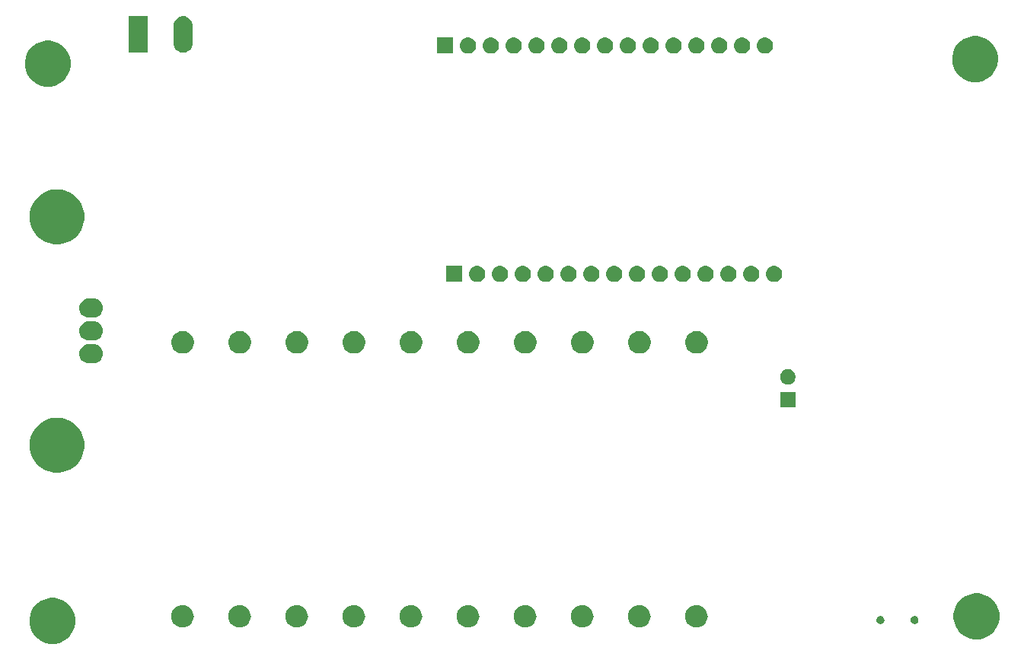
<source format=gbs>
G04 #@! TF.GenerationSoftware,KiCad,Pcbnew,5.0.2-bee76a0~70~ubuntu18.04.1*
G04 #@! TF.CreationDate,2018-12-20T01:39:58+01:00*
G04 #@! TF.ProjectId,eload,656c6f61-642e-46b6-9963-61645f706362,rev?*
G04 #@! TF.SameCoordinates,Original*
G04 #@! TF.FileFunction,Soldermask,Bot*
G04 #@! TF.FilePolarity,Negative*
%FSLAX46Y46*%
G04 Gerber Fmt 4.6, Leading zero omitted, Abs format (unit mm)*
G04 Created by KiCad (PCBNEW 5.0.2-bee76a0~70~ubuntu18.04.1) date Do 20 Dez 2018 01:39:58 CET*
%MOMM*%
%LPD*%
G01*
G04 APERTURE LIST*
%ADD10C,0.100000*%
G04 APERTURE END LIST*
D10*
G36*
X68816096Y-145375033D02*
X68816098Y-145375034D01*
X68816099Y-145375034D01*
X69280352Y-145567333D01*
X69695417Y-145844671D01*
X69698171Y-145846511D01*
X70053489Y-146201829D01*
X70053491Y-146201832D01*
X70332667Y-146619648D01*
X70518689Y-147068747D01*
X70524967Y-147083904D01*
X70623000Y-147576747D01*
X70623000Y-148079253D01*
X70528786Y-148552899D01*
X70524966Y-148572099D01*
X70332667Y-149036352D01*
X70154278Y-149303329D01*
X70053489Y-149454171D01*
X69698171Y-149809489D01*
X69698168Y-149809491D01*
X69280352Y-150088667D01*
X68816099Y-150280966D01*
X68816098Y-150280966D01*
X68816096Y-150280967D01*
X68323253Y-150379000D01*
X67820747Y-150379000D01*
X67327904Y-150280967D01*
X67327902Y-150280966D01*
X67327901Y-150280966D01*
X66863648Y-150088667D01*
X66445832Y-149809491D01*
X66445829Y-149809489D01*
X66090511Y-149454171D01*
X65989722Y-149303329D01*
X65811333Y-149036352D01*
X65619034Y-148572099D01*
X65615215Y-148552899D01*
X65521000Y-148079253D01*
X65521000Y-147576747D01*
X65619033Y-147083904D01*
X65625311Y-147068747D01*
X65811333Y-146619648D01*
X66090509Y-146201832D01*
X66090511Y-146201829D01*
X66445829Y-145846511D01*
X66448583Y-145844671D01*
X66863648Y-145567333D01*
X67327901Y-145375034D01*
X67327902Y-145375034D01*
X67327904Y-145375033D01*
X67820747Y-145277000D01*
X68323253Y-145277000D01*
X68816096Y-145375033D01*
X68816096Y-145375033D01*
G37*
G36*
X171589096Y-144867033D02*
X171589098Y-144867034D01*
X171589099Y-144867034D01*
X172053352Y-145059333D01*
X172469284Y-145337250D01*
X172471171Y-145338511D01*
X172826489Y-145693829D01*
X172826491Y-145693832D01*
X173105667Y-146111648D01*
X173285827Y-146546595D01*
X173297967Y-146575904D01*
X173396000Y-147068747D01*
X173396000Y-147571253D01*
X173298172Y-148063067D01*
X173297966Y-148064099D01*
X173105667Y-148528352D01*
X172927278Y-148795329D01*
X172826489Y-148946171D01*
X172471171Y-149301489D01*
X172471168Y-149301491D01*
X172053352Y-149580667D01*
X171589099Y-149772966D01*
X171589098Y-149772966D01*
X171589096Y-149772967D01*
X171096253Y-149871000D01*
X170593747Y-149871000D01*
X170100904Y-149772967D01*
X170100902Y-149772966D01*
X170100901Y-149772966D01*
X169636648Y-149580667D01*
X169218832Y-149301491D01*
X169218829Y-149301489D01*
X168863511Y-148946171D01*
X168762722Y-148795329D01*
X168584333Y-148528352D01*
X168392034Y-148064099D01*
X168391829Y-148063067D01*
X168294000Y-147571253D01*
X168294000Y-147068747D01*
X168392033Y-146575904D01*
X168404173Y-146546595D01*
X168584333Y-146111648D01*
X168863509Y-145693832D01*
X168863511Y-145693829D01*
X169218829Y-145338511D01*
X169220716Y-145337250D01*
X169636648Y-145059333D01*
X170100901Y-144867034D01*
X170100902Y-144867034D01*
X170100904Y-144867033D01*
X170593747Y-144769000D01*
X171096253Y-144769000D01*
X171589096Y-144867033D01*
X171589096Y-144867033D01*
G37*
G36*
X82795239Y-146087101D02*
X83031053Y-146158634D01*
X83248381Y-146274799D01*
X83438871Y-146431129D01*
X83595201Y-146621619D01*
X83711366Y-146838947D01*
X83782899Y-147074761D01*
X83807053Y-147320000D01*
X83782899Y-147565239D01*
X83711366Y-147801053D01*
X83595201Y-148018381D01*
X83438871Y-148208871D01*
X83248381Y-148365201D01*
X83031053Y-148481366D01*
X82795239Y-148552899D01*
X82611457Y-148571000D01*
X82488543Y-148571000D01*
X82304761Y-148552899D01*
X82068947Y-148481366D01*
X81851619Y-148365201D01*
X81661129Y-148208871D01*
X81504799Y-148018381D01*
X81388634Y-147801053D01*
X81317101Y-147565239D01*
X81292947Y-147320000D01*
X81317101Y-147074761D01*
X81388634Y-146838947D01*
X81504799Y-146621619D01*
X81661129Y-146431129D01*
X81851619Y-146274799D01*
X82068947Y-146158634D01*
X82304761Y-146087101D01*
X82488543Y-146069000D01*
X82611457Y-146069000D01*
X82795239Y-146087101D01*
X82795239Y-146087101D01*
G37*
G36*
X108195239Y-146087101D02*
X108431053Y-146158634D01*
X108648381Y-146274799D01*
X108838871Y-146431129D01*
X108995201Y-146621619D01*
X109111366Y-146838947D01*
X109182899Y-147074761D01*
X109207053Y-147320000D01*
X109182899Y-147565239D01*
X109111366Y-147801053D01*
X108995201Y-148018381D01*
X108838871Y-148208871D01*
X108648381Y-148365201D01*
X108431053Y-148481366D01*
X108195239Y-148552899D01*
X108011457Y-148571000D01*
X107888543Y-148571000D01*
X107704761Y-148552899D01*
X107468947Y-148481366D01*
X107251619Y-148365201D01*
X107061129Y-148208871D01*
X106904799Y-148018381D01*
X106788634Y-147801053D01*
X106717101Y-147565239D01*
X106692947Y-147320000D01*
X106717101Y-147074761D01*
X106788634Y-146838947D01*
X106904799Y-146621619D01*
X107061129Y-146431129D01*
X107251619Y-146274799D01*
X107468947Y-146158634D01*
X107704761Y-146087101D01*
X107888543Y-146069000D01*
X108011457Y-146069000D01*
X108195239Y-146087101D01*
X108195239Y-146087101D01*
G37*
G36*
X89145239Y-146087101D02*
X89381053Y-146158634D01*
X89598381Y-146274799D01*
X89788871Y-146431129D01*
X89945201Y-146621619D01*
X90061366Y-146838947D01*
X90132899Y-147074761D01*
X90157053Y-147320000D01*
X90132899Y-147565239D01*
X90061366Y-147801053D01*
X89945201Y-148018381D01*
X89788871Y-148208871D01*
X89598381Y-148365201D01*
X89381053Y-148481366D01*
X89145239Y-148552899D01*
X88961457Y-148571000D01*
X88838543Y-148571000D01*
X88654761Y-148552899D01*
X88418947Y-148481366D01*
X88201619Y-148365201D01*
X88011129Y-148208871D01*
X87854799Y-148018381D01*
X87738634Y-147801053D01*
X87667101Y-147565239D01*
X87642947Y-147320000D01*
X87667101Y-147074761D01*
X87738634Y-146838947D01*
X87854799Y-146621619D01*
X88011129Y-146431129D01*
X88201619Y-146274799D01*
X88418947Y-146158634D01*
X88654761Y-146087101D01*
X88838543Y-146069000D01*
X88961457Y-146069000D01*
X89145239Y-146087101D01*
X89145239Y-146087101D01*
G37*
G36*
X120895239Y-146087101D02*
X121131053Y-146158634D01*
X121348381Y-146274799D01*
X121538871Y-146431129D01*
X121695201Y-146621619D01*
X121811366Y-146838947D01*
X121882899Y-147074761D01*
X121907053Y-147320000D01*
X121882899Y-147565239D01*
X121811366Y-147801053D01*
X121695201Y-148018381D01*
X121538871Y-148208871D01*
X121348381Y-148365201D01*
X121131053Y-148481366D01*
X120895239Y-148552899D01*
X120711457Y-148571000D01*
X120588543Y-148571000D01*
X120404761Y-148552899D01*
X120168947Y-148481366D01*
X119951619Y-148365201D01*
X119761129Y-148208871D01*
X119604799Y-148018381D01*
X119488634Y-147801053D01*
X119417101Y-147565239D01*
X119392947Y-147320000D01*
X119417101Y-147074761D01*
X119488634Y-146838947D01*
X119604799Y-146621619D01*
X119761129Y-146431129D01*
X119951619Y-146274799D01*
X120168947Y-146158634D01*
X120404761Y-146087101D01*
X120588543Y-146069000D01*
X120711457Y-146069000D01*
X120895239Y-146087101D01*
X120895239Y-146087101D01*
G37*
G36*
X95495239Y-146087101D02*
X95731053Y-146158634D01*
X95948381Y-146274799D01*
X96138871Y-146431129D01*
X96295201Y-146621619D01*
X96411366Y-146838947D01*
X96482899Y-147074761D01*
X96507053Y-147320000D01*
X96482899Y-147565239D01*
X96411366Y-147801053D01*
X96295201Y-148018381D01*
X96138871Y-148208871D01*
X95948381Y-148365201D01*
X95731053Y-148481366D01*
X95495239Y-148552899D01*
X95311457Y-148571000D01*
X95188543Y-148571000D01*
X95004761Y-148552899D01*
X94768947Y-148481366D01*
X94551619Y-148365201D01*
X94361129Y-148208871D01*
X94204799Y-148018381D01*
X94088634Y-147801053D01*
X94017101Y-147565239D01*
X93992947Y-147320000D01*
X94017101Y-147074761D01*
X94088634Y-146838947D01*
X94204799Y-146621619D01*
X94361129Y-146431129D01*
X94551619Y-146274799D01*
X94768947Y-146158634D01*
X95004761Y-146087101D01*
X95188543Y-146069000D01*
X95311457Y-146069000D01*
X95495239Y-146087101D01*
X95495239Y-146087101D01*
G37*
G36*
X114545239Y-146087101D02*
X114781053Y-146158634D01*
X114998381Y-146274799D01*
X115188871Y-146431129D01*
X115345201Y-146621619D01*
X115461366Y-146838947D01*
X115532899Y-147074761D01*
X115557053Y-147320000D01*
X115532899Y-147565239D01*
X115461366Y-147801053D01*
X115345201Y-148018381D01*
X115188871Y-148208871D01*
X114998381Y-148365201D01*
X114781053Y-148481366D01*
X114545239Y-148552899D01*
X114361457Y-148571000D01*
X114238543Y-148571000D01*
X114054761Y-148552899D01*
X113818947Y-148481366D01*
X113601619Y-148365201D01*
X113411129Y-148208871D01*
X113254799Y-148018381D01*
X113138634Y-147801053D01*
X113067101Y-147565239D01*
X113042947Y-147320000D01*
X113067101Y-147074761D01*
X113138634Y-146838947D01*
X113254799Y-146621619D01*
X113411129Y-146431129D01*
X113601619Y-146274799D01*
X113818947Y-146158634D01*
X114054761Y-146087101D01*
X114238543Y-146069000D01*
X114361457Y-146069000D01*
X114545239Y-146087101D01*
X114545239Y-146087101D01*
G37*
G36*
X139945239Y-146087101D02*
X140181053Y-146158634D01*
X140398381Y-146274799D01*
X140588871Y-146431129D01*
X140745201Y-146621619D01*
X140861366Y-146838947D01*
X140932899Y-147074761D01*
X140957053Y-147320000D01*
X140932899Y-147565239D01*
X140861366Y-147801053D01*
X140745201Y-148018381D01*
X140588871Y-148208871D01*
X140398381Y-148365201D01*
X140181053Y-148481366D01*
X139945239Y-148552899D01*
X139761457Y-148571000D01*
X139638543Y-148571000D01*
X139454761Y-148552899D01*
X139218947Y-148481366D01*
X139001619Y-148365201D01*
X138811129Y-148208871D01*
X138654799Y-148018381D01*
X138538634Y-147801053D01*
X138467101Y-147565239D01*
X138442947Y-147320000D01*
X138467101Y-147074761D01*
X138538634Y-146838947D01*
X138654799Y-146621619D01*
X138811129Y-146431129D01*
X139001619Y-146274799D01*
X139218947Y-146158634D01*
X139454761Y-146087101D01*
X139638543Y-146069000D01*
X139761457Y-146069000D01*
X139945239Y-146087101D01*
X139945239Y-146087101D01*
G37*
G36*
X133595239Y-146087101D02*
X133831053Y-146158634D01*
X134048381Y-146274799D01*
X134238871Y-146431129D01*
X134395201Y-146621619D01*
X134511366Y-146838947D01*
X134582899Y-147074761D01*
X134607053Y-147320000D01*
X134582899Y-147565239D01*
X134511366Y-147801053D01*
X134395201Y-148018381D01*
X134238871Y-148208871D01*
X134048381Y-148365201D01*
X133831053Y-148481366D01*
X133595239Y-148552899D01*
X133411457Y-148571000D01*
X133288543Y-148571000D01*
X133104761Y-148552899D01*
X132868947Y-148481366D01*
X132651619Y-148365201D01*
X132461129Y-148208871D01*
X132304799Y-148018381D01*
X132188634Y-147801053D01*
X132117101Y-147565239D01*
X132092947Y-147320000D01*
X132117101Y-147074761D01*
X132188634Y-146838947D01*
X132304799Y-146621619D01*
X132461129Y-146431129D01*
X132651619Y-146274799D01*
X132868947Y-146158634D01*
X133104761Y-146087101D01*
X133288543Y-146069000D01*
X133411457Y-146069000D01*
X133595239Y-146087101D01*
X133595239Y-146087101D01*
G37*
G36*
X127245239Y-146087101D02*
X127481053Y-146158634D01*
X127698381Y-146274799D01*
X127888871Y-146431129D01*
X128045201Y-146621619D01*
X128161366Y-146838947D01*
X128232899Y-147074761D01*
X128257053Y-147320000D01*
X128232899Y-147565239D01*
X128161366Y-147801053D01*
X128045201Y-148018381D01*
X127888871Y-148208871D01*
X127698381Y-148365201D01*
X127481053Y-148481366D01*
X127245239Y-148552899D01*
X127061457Y-148571000D01*
X126938543Y-148571000D01*
X126754761Y-148552899D01*
X126518947Y-148481366D01*
X126301619Y-148365201D01*
X126111129Y-148208871D01*
X125954799Y-148018381D01*
X125838634Y-147801053D01*
X125767101Y-147565239D01*
X125742947Y-147320000D01*
X125767101Y-147074761D01*
X125838634Y-146838947D01*
X125954799Y-146621619D01*
X126111129Y-146431129D01*
X126301619Y-146274799D01*
X126518947Y-146158634D01*
X126754761Y-146087101D01*
X126938543Y-146069000D01*
X127061457Y-146069000D01*
X127245239Y-146087101D01*
X127245239Y-146087101D01*
G37*
G36*
X101845239Y-146087101D02*
X102081053Y-146158634D01*
X102298381Y-146274799D01*
X102488871Y-146431129D01*
X102645201Y-146621619D01*
X102761366Y-146838947D01*
X102832899Y-147074761D01*
X102857053Y-147320000D01*
X102832899Y-147565239D01*
X102761366Y-147801053D01*
X102645201Y-148018381D01*
X102488871Y-148208871D01*
X102298381Y-148365201D01*
X102081053Y-148481366D01*
X101845239Y-148552899D01*
X101661457Y-148571000D01*
X101538543Y-148571000D01*
X101354761Y-148552899D01*
X101118947Y-148481366D01*
X100901619Y-148365201D01*
X100711129Y-148208871D01*
X100554799Y-148018381D01*
X100438634Y-147801053D01*
X100367101Y-147565239D01*
X100342947Y-147320000D01*
X100367101Y-147074761D01*
X100438634Y-146838947D01*
X100554799Y-146621619D01*
X100711129Y-146431129D01*
X100901619Y-146274799D01*
X101118947Y-146158634D01*
X101354761Y-146087101D01*
X101538543Y-146069000D01*
X101661457Y-146069000D01*
X101845239Y-146087101D01*
X101845239Y-146087101D01*
G37*
G36*
X164080576Y-147281205D02*
X164162431Y-147315110D01*
X164232297Y-147361793D01*
X164236101Y-147364335D01*
X164298745Y-147426979D01*
X164298747Y-147426982D01*
X164347970Y-147500649D01*
X164381875Y-147582504D01*
X164399160Y-147669401D01*
X164399160Y-147757999D01*
X164381875Y-147844896D01*
X164347970Y-147926751D01*
X164326053Y-147959552D01*
X164298745Y-148000421D01*
X164236101Y-148063065D01*
X164236098Y-148063067D01*
X164162431Y-148112290D01*
X164080576Y-148146195D01*
X163993679Y-148163480D01*
X163905081Y-148163480D01*
X163818184Y-148146195D01*
X163736329Y-148112290D01*
X163662662Y-148063067D01*
X163662659Y-148063065D01*
X163600015Y-148000421D01*
X163572707Y-147959552D01*
X163550790Y-147926751D01*
X163516885Y-147844896D01*
X163499600Y-147757999D01*
X163499600Y-147669401D01*
X163516885Y-147582504D01*
X163550790Y-147500649D01*
X163600013Y-147426982D01*
X163600015Y-147426979D01*
X163662659Y-147364335D01*
X163666463Y-147361793D01*
X163736329Y-147315110D01*
X163818184Y-147281205D01*
X163905081Y-147263920D01*
X163993679Y-147263920D01*
X164080576Y-147281205D01*
X164080576Y-147281205D01*
G37*
G36*
X160283276Y-147278665D02*
X160365131Y-147312570D01*
X160438303Y-147361462D01*
X160438801Y-147361795D01*
X160501445Y-147424439D01*
X160501447Y-147424442D01*
X160550670Y-147498109D01*
X160584575Y-147579964D01*
X160601860Y-147666861D01*
X160601860Y-147755459D01*
X160584575Y-147842356D01*
X160550670Y-147924211D01*
X160501778Y-147997383D01*
X160501445Y-147997881D01*
X160438801Y-148060525D01*
X160438798Y-148060527D01*
X160365131Y-148109750D01*
X160283276Y-148143655D01*
X160196379Y-148160940D01*
X160107781Y-148160940D01*
X160020884Y-148143655D01*
X159939029Y-148109750D01*
X159865362Y-148060527D01*
X159865359Y-148060525D01*
X159802715Y-147997881D01*
X159802382Y-147997383D01*
X159753490Y-147924211D01*
X159719585Y-147842356D01*
X159702300Y-147755459D01*
X159702300Y-147666861D01*
X159719585Y-147579964D01*
X159753490Y-147498109D01*
X159802713Y-147424442D01*
X159802715Y-147424439D01*
X159865359Y-147361795D01*
X159865857Y-147361462D01*
X159939029Y-147312570D01*
X160020884Y-147278665D01*
X160107781Y-147261380D01*
X160196379Y-147261380D01*
X160283276Y-147278665D01*
X160283276Y-147278665D01*
G37*
G36*
X69175170Y-125277879D02*
X69469868Y-125336498D01*
X70025067Y-125566469D01*
X70521363Y-125898084D01*
X70524736Y-125900338D01*
X70949662Y-126325264D01*
X70949664Y-126325267D01*
X71283531Y-126824933D01*
X71513502Y-127380132D01*
X71630740Y-127969528D01*
X71630740Y-128570472D01*
X71513502Y-129159868D01*
X71283531Y-129715067D01*
X70951916Y-130211363D01*
X70949662Y-130214736D01*
X70524736Y-130639662D01*
X70524733Y-130639664D01*
X70025067Y-130973531D01*
X69469868Y-131203502D01*
X69175170Y-131262121D01*
X68880473Y-131320740D01*
X68279527Y-131320740D01*
X67984830Y-131262121D01*
X67690132Y-131203502D01*
X67134933Y-130973531D01*
X66635267Y-130639664D01*
X66635264Y-130639662D01*
X66210338Y-130214736D01*
X66208084Y-130211363D01*
X65876469Y-129715067D01*
X65646498Y-129159868D01*
X65529260Y-128570472D01*
X65529260Y-127969528D01*
X65646498Y-127380132D01*
X65876469Y-126824933D01*
X66210336Y-126325267D01*
X66210338Y-126325264D01*
X66635264Y-125900338D01*
X66638637Y-125898084D01*
X67134933Y-125566469D01*
X67690132Y-125336498D01*
X67984830Y-125277879D01*
X68279527Y-125219260D01*
X68880473Y-125219260D01*
X69175170Y-125277879D01*
X69175170Y-125277879D01*
G37*
G36*
X150711000Y-124041000D02*
X149009000Y-124041000D01*
X149009000Y-122339000D01*
X150711000Y-122339000D01*
X150711000Y-124041000D01*
X150711000Y-124041000D01*
G37*
G36*
X150108228Y-119871703D02*
X150263100Y-119935853D01*
X150402481Y-120028985D01*
X150521015Y-120147519D01*
X150614147Y-120286900D01*
X150678297Y-120441772D01*
X150711000Y-120606184D01*
X150711000Y-120773816D01*
X150678297Y-120938228D01*
X150614147Y-121093100D01*
X150521015Y-121232481D01*
X150402481Y-121351015D01*
X150263100Y-121444147D01*
X150108228Y-121508297D01*
X149943816Y-121541000D01*
X149776184Y-121541000D01*
X149611772Y-121508297D01*
X149456900Y-121444147D01*
X149317519Y-121351015D01*
X149198985Y-121232481D01*
X149105853Y-121093100D01*
X149041703Y-120938228D01*
X149009000Y-120773816D01*
X149009000Y-120606184D01*
X149041703Y-120441772D01*
X149105853Y-120286900D01*
X149198985Y-120147519D01*
X149317519Y-120028985D01*
X149456900Y-119935853D01*
X149611772Y-119871703D01*
X149776184Y-119839000D01*
X149943816Y-119839000D01*
X150108228Y-119871703D01*
X150108228Y-119871703D01*
G37*
G36*
X72759114Y-117049176D02*
X72853168Y-117058439D01*
X73054299Y-117119451D01*
X73086899Y-117136876D01*
X73239662Y-117218529D01*
X73402133Y-117351867D01*
X73535471Y-117514338D01*
X73601285Y-117637469D01*
X73634549Y-117699701D01*
X73695561Y-117900832D01*
X73716162Y-118110000D01*
X73695561Y-118319168D01*
X73634549Y-118520299D01*
X73634546Y-118520304D01*
X73535471Y-118705662D01*
X73402133Y-118868133D01*
X73239662Y-119001471D01*
X73086899Y-119083124D01*
X73054299Y-119100549D01*
X72853168Y-119161561D01*
X72759114Y-119170824D01*
X72696413Y-119177000D01*
X72083587Y-119177000D01*
X72020886Y-119170824D01*
X71926832Y-119161561D01*
X71725701Y-119100549D01*
X71693101Y-119083124D01*
X71540338Y-119001471D01*
X71377867Y-118868133D01*
X71244529Y-118705662D01*
X71145454Y-118520304D01*
X71145451Y-118520299D01*
X71084439Y-118319168D01*
X71063838Y-118110000D01*
X71084439Y-117900832D01*
X71145451Y-117699701D01*
X71178715Y-117637469D01*
X71244529Y-117514338D01*
X71377867Y-117351867D01*
X71540338Y-117218529D01*
X71693101Y-117136876D01*
X71725701Y-117119451D01*
X71926832Y-117058439D01*
X72020886Y-117049176D01*
X72083587Y-117043000D01*
X72696413Y-117043000D01*
X72759114Y-117049176D01*
X72759114Y-117049176D01*
G37*
G36*
X89083636Y-115601019D02*
X89264903Y-115637075D01*
X89492571Y-115731378D01*
X89696542Y-115867668D01*
X89697469Y-115868287D01*
X89871713Y-116042531D01*
X89871715Y-116042534D01*
X90008622Y-116247429D01*
X90102925Y-116475097D01*
X90151000Y-116716787D01*
X90151000Y-116963213D01*
X90102925Y-117204903D01*
X90008622Y-117432571D01*
X89953986Y-117514339D01*
X89871713Y-117637469D01*
X89697469Y-117811713D01*
X89697466Y-117811715D01*
X89492571Y-117948622D01*
X89264903Y-118042925D01*
X89083635Y-118078981D01*
X89023214Y-118091000D01*
X88776786Y-118091000D01*
X88716365Y-118078981D01*
X88535097Y-118042925D01*
X88307429Y-117948622D01*
X88102534Y-117811715D01*
X88102531Y-117811713D01*
X87928287Y-117637469D01*
X87846014Y-117514339D01*
X87791378Y-117432571D01*
X87697075Y-117204903D01*
X87649000Y-116963213D01*
X87649000Y-116716787D01*
X87697075Y-116475097D01*
X87791378Y-116247429D01*
X87928285Y-116042534D01*
X87928287Y-116042531D01*
X88102531Y-115868287D01*
X88103458Y-115867668D01*
X88307429Y-115731378D01*
X88535097Y-115637075D01*
X88716364Y-115601019D01*
X88776786Y-115589000D01*
X89023214Y-115589000D01*
X89083636Y-115601019D01*
X89083636Y-115601019D01*
G37*
G36*
X133533636Y-115601019D02*
X133714903Y-115637075D01*
X133942571Y-115731378D01*
X134146542Y-115867668D01*
X134147469Y-115868287D01*
X134321713Y-116042531D01*
X134321715Y-116042534D01*
X134458622Y-116247429D01*
X134552925Y-116475097D01*
X134601000Y-116716787D01*
X134601000Y-116963213D01*
X134552925Y-117204903D01*
X134458622Y-117432571D01*
X134403986Y-117514339D01*
X134321713Y-117637469D01*
X134147469Y-117811713D01*
X134147466Y-117811715D01*
X133942571Y-117948622D01*
X133714903Y-118042925D01*
X133533635Y-118078981D01*
X133473214Y-118091000D01*
X133226786Y-118091000D01*
X133166365Y-118078981D01*
X132985097Y-118042925D01*
X132757429Y-117948622D01*
X132552534Y-117811715D01*
X132552531Y-117811713D01*
X132378287Y-117637469D01*
X132296014Y-117514339D01*
X132241378Y-117432571D01*
X132147075Y-117204903D01*
X132099000Y-116963213D01*
X132099000Y-116716787D01*
X132147075Y-116475097D01*
X132241378Y-116247429D01*
X132378285Y-116042534D01*
X132378287Y-116042531D01*
X132552531Y-115868287D01*
X132553458Y-115867668D01*
X132757429Y-115731378D01*
X132985097Y-115637075D01*
X133166364Y-115601019D01*
X133226786Y-115589000D01*
X133473214Y-115589000D01*
X133533636Y-115601019D01*
X133533636Y-115601019D01*
G37*
G36*
X127183636Y-115601019D02*
X127364903Y-115637075D01*
X127592571Y-115731378D01*
X127796542Y-115867668D01*
X127797469Y-115868287D01*
X127971713Y-116042531D01*
X127971715Y-116042534D01*
X128108622Y-116247429D01*
X128202925Y-116475097D01*
X128251000Y-116716787D01*
X128251000Y-116963213D01*
X128202925Y-117204903D01*
X128108622Y-117432571D01*
X128053986Y-117514339D01*
X127971713Y-117637469D01*
X127797469Y-117811713D01*
X127797466Y-117811715D01*
X127592571Y-117948622D01*
X127364903Y-118042925D01*
X127183635Y-118078981D01*
X127123214Y-118091000D01*
X126876786Y-118091000D01*
X126816365Y-118078981D01*
X126635097Y-118042925D01*
X126407429Y-117948622D01*
X126202534Y-117811715D01*
X126202531Y-117811713D01*
X126028287Y-117637469D01*
X125946014Y-117514339D01*
X125891378Y-117432571D01*
X125797075Y-117204903D01*
X125749000Y-116963213D01*
X125749000Y-116716787D01*
X125797075Y-116475097D01*
X125891378Y-116247429D01*
X126028285Y-116042534D01*
X126028287Y-116042531D01*
X126202531Y-115868287D01*
X126203458Y-115867668D01*
X126407429Y-115731378D01*
X126635097Y-115637075D01*
X126816364Y-115601019D01*
X126876786Y-115589000D01*
X127123214Y-115589000D01*
X127183636Y-115601019D01*
X127183636Y-115601019D01*
G37*
G36*
X101783636Y-115601019D02*
X101964903Y-115637075D01*
X102192571Y-115731378D01*
X102396542Y-115867668D01*
X102397469Y-115868287D01*
X102571713Y-116042531D01*
X102571715Y-116042534D01*
X102708622Y-116247429D01*
X102802925Y-116475097D01*
X102851000Y-116716787D01*
X102851000Y-116963213D01*
X102802925Y-117204903D01*
X102708622Y-117432571D01*
X102653986Y-117514339D01*
X102571713Y-117637469D01*
X102397469Y-117811713D01*
X102397466Y-117811715D01*
X102192571Y-117948622D01*
X101964903Y-118042925D01*
X101783635Y-118078981D01*
X101723214Y-118091000D01*
X101476786Y-118091000D01*
X101416365Y-118078981D01*
X101235097Y-118042925D01*
X101007429Y-117948622D01*
X100802534Y-117811715D01*
X100802531Y-117811713D01*
X100628287Y-117637469D01*
X100546014Y-117514339D01*
X100491378Y-117432571D01*
X100397075Y-117204903D01*
X100349000Y-116963213D01*
X100349000Y-116716787D01*
X100397075Y-116475097D01*
X100491378Y-116247429D01*
X100628285Y-116042534D01*
X100628287Y-116042531D01*
X100802531Y-115868287D01*
X100803458Y-115867668D01*
X101007429Y-115731378D01*
X101235097Y-115637075D01*
X101416364Y-115601019D01*
X101476786Y-115589000D01*
X101723214Y-115589000D01*
X101783636Y-115601019D01*
X101783636Y-115601019D01*
G37*
G36*
X120833636Y-115601019D02*
X121014903Y-115637075D01*
X121242571Y-115731378D01*
X121446542Y-115867668D01*
X121447469Y-115868287D01*
X121621713Y-116042531D01*
X121621715Y-116042534D01*
X121758622Y-116247429D01*
X121852925Y-116475097D01*
X121901000Y-116716787D01*
X121901000Y-116963213D01*
X121852925Y-117204903D01*
X121758622Y-117432571D01*
X121703986Y-117514339D01*
X121621713Y-117637469D01*
X121447469Y-117811713D01*
X121447466Y-117811715D01*
X121242571Y-117948622D01*
X121014903Y-118042925D01*
X120833635Y-118078981D01*
X120773214Y-118091000D01*
X120526786Y-118091000D01*
X120466365Y-118078981D01*
X120285097Y-118042925D01*
X120057429Y-117948622D01*
X119852534Y-117811715D01*
X119852531Y-117811713D01*
X119678287Y-117637469D01*
X119596014Y-117514339D01*
X119541378Y-117432571D01*
X119447075Y-117204903D01*
X119399000Y-116963213D01*
X119399000Y-116716787D01*
X119447075Y-116475097D01*
X119541378Y-116247429D01*
X119678285Y-116042534D01*
X119678287Y-116042531D01*
X119852531Y-115868287D01*
X119853458Y-115867668D01*
X120057429Y-115731378D01*
X120285097Y-115637075D01*
X120466364Y-115601019D01*
X120526786Y-115589000D01*
X120773214Y-115589000D01*
X120833636Y-115601019D01*
X120833636Y-115601019D01*
G37*
G36*
X95433636Y-115601019D02*
X95614903Y-115637075D01*
X95842571Y-115731378D01*
X96046542Y-115867668D01*
X96047469Y-115868287D01*
X96221713Y-116042531D01*
X96221715Y-116042534D01*
X96358622Y-116247429D01*
X96452925Y-116475097D01*
X96501000Y-116716787D01*
X96501000Y-116963213D01*
X96452925Y-117204903D01*
X96358622Y-117432571D01*
X96303986Y-117514339D01*
X96221713Y-117637469D01*
X96047469Y-117811713D01*
X96047466Y-117811715D01*
X95842571Y-117948622D01*
X95614903Y-118042925D01*
X95433635Y-118078981D01*
X95373214Y-118091000D01*
X95126786Y-118091000D01*
X95066365Y-118078981D01*
X94885097Y-118042925D01*
X94657429Y-117948622D01*
X94452534Y-117811715D01*
X94452531Y-117811713D01*
X94278287Y-117637469D01*
X94196014Y-117514339D01*
X94141378Y-117432571D01*
X94047075Y-117204903D01*
X93999000Y-116963213D01*
X93999000Y-116716787D01*
X94047075Y-116475097D01*
X94141378Y-116247429D01*
X94278285Y-116042534D01*
X94278287Y-116042531D01*
X94452531Y-115868287D01*
X94453458Y-115867668D01*
X94657429Y-115731378D01*
X94885097Y-115637075D01*
X95066364Y-115601019D01*
X95126786Y-115589000D01*
X95373214Y-115589000D01*
X95433636Y-115601019D01*
X95433636Y-115601019D01*
G37*
G36*
X139883636Y-115601019D02*
X140064903Y-115637075D01*
X140292571Y-115731378D01*
X140496542Y-115867668D01*
X140497469Y-115868287D01*
X140671713Y-116042531D01*
X140671715Y-116042534D01*
X140808622Y-116247429D01*
X140902925Y-116475097D01*
X140951000Y-116716787D01*
X140951000Y-116963213D01*
X140902925Y-117204903D01*
X140808622Y-117432571D01*
X140753986Y-117514339D01*
X140671713Y-117637469D01*
X140497469Y-117811713D01*
X140497466Y-117811715D01*
X140292571Y-117948622D01*
X140064903Y-118042925D01*
X139883635Y-118078981D01*
X139823214Y-118091000D01*
X139576786Y-118091000D01*
X139516365Y-118078981D01*
X139335097Y-118042925D01*
X139107429Y-117948622D01*
X138902534Y-117811715D01*
X138902531Y-117811713D01*
X138728287Y-117637469D01*
X138646014Y-117514339D01*
X138591378Y-117432571D01*
X138497075Y-117204903D01*
X138449000Y-116963213D01*
X138449000Y-116716787D01*
X138497075Y-116475097D01*
X138591378Y-116247429D01*
X138728285Y-116042534D01*
X138728287Y-116042531D01*
X138902531Y-115868287D01*
X138903458Y-115867668D01*
X139107429Y-115731378D01*
X139335097Y-115637075D01*
X139516364Y-115601019D01*
X139576786Y-115589000D01*
X139823214Y-115589000D01*
X139883636Y-115601019D01*
X139883636Y-115601019D01*
G37*
G36*
X108133636Y-115601019D02*
X108314903Y-115637075D01*
X108542571Y-115731378D01*
X108746542Y-115867668D01*
X108747469Y-115868287D01*
X108921713Y-116042531D01*
X108921715Y-116042534D01*
X109058622Y-116247429D01*
X109152925Y-116475097D01*
X109201000Y-116716787D01*
X109201000Y-116963213D01*
X109152925Y-117204903D01*
X109058622Y-117432571D01*
X109003986Y-117514339D01*
X108921713Y-117637469D01*
X108747469Y-117811713D01*
X108747466Y-117811715D01*
X108542571Y-117948622D01*
X108314903Y-118042925D01*
X108133635Y-118078981D01*
X108073214Y-118091000D01*
X107826786Y-118091000D01*
X107766365Y-118078981D01*
X107585097Y-118042925D01*
X107357429Y-117948622D01*
X107152534Y-117811715D01*
X107152531Y-117811713D01*
X106978287Y-117637469D01*
X106896014Y-117514339D01*
X106841378Y-117432571D01*
X106747075Y-117204903D01*
X106699000Y-116963213D01*
X106699000Y-116716787D01*
X106747075Y-116475097D01*
X106841378Y-116247429D01*
X106978285Y-116042534D01*
X106978287Y-116042531D01*
X107152531Y-115868287D01*
X107153458Y-115867668D01*
X107357429Y-115731378D01*
X107585097Y-115637075D01*
X107766364Y-115601019D01*
X107826786Y-115589000D01*
X108073214Y-115589000D01*
X108133636Y-115601019D01*
X108133636Y-115601019D01*
G37*
G36*
X82733636Y-115601019D02*
X82914903Y-115637075D01*
X83142571Y-115731378D01*
X83346542Y-115867668D01*
X83347469Y-115868287D01*
X83521713Y-116042531D01*
X83521715Y-116042534D01*
X83658622Y-116247429D01*
X83752925Y-116475097D01*
X83801000Y-116716787D01*
X83801000Y-116963213D01*
X83752925Y-117204903D01*
X83658622Y-117432571D01*
X83603986Y-117514339D01*
X83521713Y-117637469D01*
X83347469Y-117811713D01*
X83347466Y-117811715D01*
X83142571Y-117948622D01*
X82914903Y-118042925D01*
X82733635Y-118078981D01*
X82673214Y-118091000D01*
X82426786Y-118091000D01*
X82366365Y-118078981D01*
X82185097Y-118042925D01*
X81957429Y-117948622D01*
X81752534Y-117811715D01*
X81752531Y-117811713D01*
X81578287Y-117637469D01*
X81496014Y-117514339D01*
X81441378Y-117432571D01*
X81347075Y-117204903D01*
X81299000Y-116963213D01*
X81299000Y-116716787D01*
X81347075Y-116475097D01*
X81441378Y-116247429D01*
X81578285Y-116042534D01*
X81578287Y-116042531D01*
X81752531Y-115868287D01*
X81753458Y-115867668D01*
X81957429Y-115731378D01*
X82185097Y-115637075D01*
X82366364Y-115601019D01*
X82426786Y-115589000D01*
X82673214Y-115589000D01*
X82733636Y-115601019D01*
X82733636Y-115601019D01*
G37*
G36*
X114483636Y-115601019D02*
X114664903Y-115637075D01*
X114892571Y-115731378D01*
X115096542Y-115867668D01*
X115097469Y-115868287D01*
X115271713Y-116042531D01*
X115271715Y-116042534D01*
X115408622Y-116247429D01*
X115502925Y-116475097D01*
X115551000Y-116716787D01*
X115551000Y-116963213D01*
X115502925Y-117204903D01*
X115408622Y-117432571D01*
X115353986Y-117514339D01*
X115271713Y-117637469D01*
X115097469Y-117811713D01*
X115097466Y-117811715D01*
X114892571Y-117948622D01*
X114664903Y-118042925D01*
X114483635Y-118078981D01*
X114423214Y-118091000D01*
X114176786Y-118091000D01*
X114116365Y-118078981D01*
X113935097Y-118042925D01*
X113707429Y-117948622D01*
X113502534Y-117811715D01*
X113502531Y-117811713D01*
X113328287Y-117637469D01*
X113246014Y-117514339D01*
X113191378Y-117432571D01*
X113097075Y-117204903D01*
X113049000Y-116963213D01*
X113049000Y-116716787D01*
X113097075Y-116475097D01*
X113191378Y-116247429D01*
X113328285Y-116042534D01*
X113328287Y-116042531D01*
X113502531Y-115868287D01*
X113503458Y-115867668D01*
X113707429Y-115731378D01*
X113935097Y-115637075D01*
X114116364Y-115601019D01*
X114176786Y-115589000D01*
X114423214Y-115589000D01*
X114483636Y-115601019D01*
X114483636Y-115601019D01*
G37*
G36*
X72759114Y-114509176D02*
X72853168Y-114518439D01*
X73054299Y-114579451D01*
X73086899Y-114596876D01*
X73239662Y-114678529D01*
X73402133Y-114811867D01*
X73535471Y-114974338D01*
X73617124Y-115127101D01*
X73634549Y-115159701D01*
X73695561Y-115360832D01*
X73716162Y-115570000D01*
X73695561Y-115779168D01*
X73634549Y-115980299D01*
X73634546Y-115980304D01*
X73535471Y-116165662D01*
X73402133Y-116328133D01*
X73239662Y-116461471D01*
X73086899Y-116543124D01*
X73054299Y-116560549D01*
X72853168Y-116621561D01*
X72759114Y-116630824D01*
X72696413Y-116637000D01*
X72083587Y-116637000D01*
X72020886Y-116630824D01*
X71926832Y-116621561D01*
X71725701Y-116560549D01*
X71693101Y-116543124D01*
X71540338Y-116461471D01*
X71377867Y-116328133D01*
X71244529Y-116165662D01*
X71145454Y-115980304D01*
X71145451Y-115980299D01*
X71084439Y-115779168D01*
X71063838Y-115570000D01*
X71084439Y-115360832D01*
X71145451Y-115159701D01*
X71162876Y-115127101D01*
X71244529Y-114974338D01*
X71377867Y-114811867D01*
X71540338Y-114678529D01*
X71693101Y-114596876D01*
X71725701Y-114579451D01*
X71926832Y-114518439D01*
X72020886Y-114509176D01*
X72083587Y-114503000D01*
X72696413Y-114503000D01*
X72759114Y-114509176D01*
X72759114Y-114509176D01*
G37*
G36*
X72759114Y-111969176D02*
X72853168Y-111978439D01*
X73054299Y-112039451D01*
X73086899Y-112056876D01*
X73239662Y-112138529D01*
X73402133Y-112271867D01*
X73535471Y-112434338D01*
X73617124Y-112587101D01*
X73634549Y-112619701D01*
X73695561Y-112820832D01*
X73716162Y-113030000D01*
X73695561Y-113239168D01*
X73634549Y-113440299D01*
X73634546Y-113440304D01*
X73535471Y-113625662D01*
X73402133Y-113788133D01*
X73239662Y-113921471D01*
X73086899Y-114003124D01*
X73054299Y-114020549D01*
X72853168Y-114081561D01*
X72759114Y-114090824D01*
X72696413Y-114097000D01*
X72083587Y-114097000D01*
X72020886Y-114090824D01*
X71926832Y-114081561D01*
X71725701Y-114020549D01*
X71693101Y-114003124D01*
X71540338Y-113921471D01*
X71377867Y-113788133D01*
X71244529Y-113625662D01*
X71145454Y-113440304D01*
X71145451Y-113440299D01*
X71084439Y-113239168D01*
X71063838Y-113030000D01*
X71084439Y-112820832D01*
X71145451Y-112619701D01*
X71162876Y-112587101D01*
X71244529Y-112434338D01*
X71377867Y-112271867D01*
X71540338Y-112138529D01*
X71693101Y-112056876D01*
X71725701Y-112039451D01*
X71926832Y-111978439D01*
X72020886Y-111969176D01*
X72083587Y-111963000D01*
X72696413Y-111963000D01*
X72759114Y-111969176D01*
X72759114Y-111969176D01*
G37*
G36*
X143366443Y-108325519D02*
X143432627Y-108332037D01*
X143545853Y-108366384D01*
X143602467Y-108383557D01*
X143741087Y-108457652D01*
X143758991Y-108467222D01*
X143794729Y-108496552D01*
X143896186Y-108579814D01*
X143979448Y-108681271D01*
X144008778Y-108717009D01*
X144008779Y-108717011D01*
X144092443Y-108873533D01*
X144092443Y-108873534D01*
X144143963Y-109043373D01*
X144161359Y-109220000D01*
X144143963Y-109396627D01*
X144109616Y-109509853D01*
X144092443Y-109566467D01*
X144018348Y-109705087D01*
X144008778Y-109722991D01*
X143979448Y-109758729D01*
X143896186Y-109860186D01*
X143794729Y-109943448D01*
X143758991Y-109972778D01*
X143758989Y-109972779D01*
X143602467Y-110056443D01*
X143545853Y-110073616D01*
X143432627Y-110107963D01*
X143366443Y-110114481D01*
X143300260Y-110121000D01*
X143211740Y-110121000D01*
X143145557Y-110114481D01*
X143079373Y-110107963D01*
X142966147Y-110073616D01*
X142909533Y-110056443D01*
X142753011Y-109972779D01*
X142753009Y-109972778D01*
X142717271Y-109943448D01*
X142615814Y-109860186D01*
X142532552Y-109758729D01*
X142503222Y-109722991D01*
X142493652Y-109705087D01*
X142419557Y-109566467D01*
X142402384Y-109509853D01*
X142368037Y-109396627D01*
X142350641Y-109220000D01*
X142368037Y-109043373D01*
X142419557Y-108873534D01*
X142419557Y-108873533D01*
X142503221Y-108717011D01*
X142503222Y-108717009D01*
X142532552Y-108681271D01*
X142615814Y-108579814D01*
X142717271Y-108496552D01*
X142753009Y-108467222D01*
X142770913Y-108457652D01*
X142909533Y-108383557D01*
X142966147Y-108366384D01*
X143079373Y-108332037D01*
X143145557Y-108325519D01*
X143211740Y-108319000D01*
X143300260Y-108319000D01*
X143366443Y-108325519D01*
X143366443Y-108325519D01*
G37*
G36*
X125586443Y-108325519D02*
X125652627Y-108332037D01*
X125765853Y-108366384D01*
X125822467Y-108383557D01*
X125961087Y-108457652D01*
X125978991Y-108467222D01*
X126014729Y-108496552D01*
X126116186Y-108579814D01*
X126199448Y-108681271D01*
X126228778Y-108717009D01*
X126228779Y-108717011D01*
X126312443Y-108873533D01*
X126312443Y-108873534D01*
X126363963Y-109043373D01*
X126381359Y-109220000D01*
X126363963Y-109396627D01*
X126329616Y-109509853D01*
X126312443Y-109566467D01*
X126238348Y-109705087D01*
X126228778Y-109722991D01*
X126199448Y-109758729D01*
X126116186Y-109860186D01*
X126014729Y-109943448D01*
X125978991Y-109972778D01*
X125978989Y-109972779D01*
X125822467Y-110056443D01*
X125765853Y-110073616D01*
X125652627Y-110107963D01*
X125586443Y-110114481D01*
X125520260Y-110121000D01*
X125431740Y-110121000D01*
X125365557Y-110114481D01*
X125299373Y-110107963D01*
X125186147Y-110073616D01*
X125129533Y-110056443D01*
X124973011Y-109972779D01*
X124973009Y-109972778D01*
X124937271Y-109943448D01*
X124835814Y-109860186D01*
X124752552Y-109758729D01*
X124723222Y-109722991D01*
X124713652Y-109705087D01*
X124639557Y-109566467D01*
X124622384Y-109509853D01*
X124588037Y-109396627D01*
X124570641Y-109220000D01*
X124588037Y-109043373D01*
X124639557Y-108873534D01*
X124639557Y-108873533D01*
X124723221Y-108717011D01*
X124723222Y-108717009D01*
X124752552Y-108681271D01*
X124835814Y-108579814D01*
X124937271Y-108496552D01*
X124973009Y-108467222D01*
X124990913Y-108457652D01*
X125129533Y-108383557D01*
X125186147Y-108366384D01*
X125299373Y-108332037D01*
X125365557Y-108325519D01*
X125431740Y-108319000D01*
X125520260Y-108319000D01*
X125586443Y-108325519D01*
X125586443Y-108325519D01*
G37*
G36*
X128126443Y-108325519D02*
X128192627Y-108332037D01*
X128305853Y-108366384D01*
X128362467Y-108383557D01*
X128501087Y-108457652D01*
X128518991Y-108467222D01*
X128554729Y-108496552D01*
X128656186Y-108579814D01*
X128739448Y-108681271D01*
X128768778Y-108717009D01*
X128768779Y-108717011D01*
X128852443Y-108873533D01*
X128852443Y-108873534D01*
X128903963Y-109043373D01*
X128921359Y-109220000D01*
X128903963Y-109396627D01*
X128869616Y-109509853D01*
X128852443Y-109566467D01*
X128778348Y-109705087D01*
X128768778Y-109722991D01*
X128739448Y-109758729D01*
X128656186Y-109860186D01*
X128554729Y-109943448D01*
X128518991Y-109972778D01*
X128518989Y-109972779D01*
X128362467Y-110056443D01*
X128305853Y-110073616D01*
X128192627Y-110107963D01*
X128126443Y-110114481D01*
X128060260Y-110121000D01*
X127971740Y-110121000D01*
X127905557Y-110114481D01*
X127839373Y-110107963D01*
X127726147Y-110073616D01*
X127669533Y-110056443D01*
X127513011Y-109972779D01*
X127513009Y-109972778D01*
X127477271Y-109943448D01*
X127375814Y-109860186D01*
X127292552Y-109758729D01*
X127263222Y-109722991D01*
X127253652Y-109705087D01*
X127179557Y-109566467D01*
X127162384Y-109509853D01*
X127128037Y-109396627D01*
X127110641Y-109220000D01*
X127128037Y-109043373D01*
X127179557Y-108873534D01*
X127179557Y-108873533D01*
X127263221Y-108717011D01*
X127263222Y-108717009D01*
X127292552Y-108681271D01*
X127375814Y-108579814D01*
X127477271Y-108496552D01*
X127513009Y-108467222D01*
X127530913Y-108457652D01*
X127669533Y-108383557D01*
X127726147Y-108366384D01*
X127839373Y-108332037D01*
X127905557Y-108325519D01*
X127971740Y-108319000D01*
X128060260Y-108319000D01*
X128126443Y-108325519D01*
X128126443Y-108325519D01*
G37*
G36*
X130666443Y-108325519D02*
X130732627Y-108332037D01*
X130845853Y-108366384D01*
X130902467Y-108383557D01*
X131041087Y-108457652D01*
X131058991Y-108467222D01*
X131094729Y-108496552D01*
X131196186Y-108579814D01*
X131279448Y-108681271D01*
X131308778Y-108717009D01*
X131308779Y-108717011D01*
X131392443Y-108873533D01*
X131392443Y-108873534D01*
X131443963Y-109043373D01*
X131461359Y-109220000D01*
X131443963Y-109396627D01*
X131409616Y-109509853D01*
X131392443Y-109566467D01*
X131318348Y-109705087D01*
X131308778Y-109722991D01*
X131279448Y-109758729D01*
X131196186Y-109860186D01*
X131094729Y-109943448D01*
X131058991Y-109972778D01*
X131058989Y-109972779D01*
X130902467Y-110056443D01*
X130845853Y-110073616D01*
X130732627Y-110107963D01*
X130666443Y-110114481D01*
X130600260Y-110121000D01*
X130511740Y-110121000D01*
X130445557Y-110114481D01*
X130379373Y-110107963D01*
X130266147Y-110073616D01*
X130209533Y-110056443D01*
X130053011Y-109972779D01*
X130053009Y-109972778D01*
X130017271Y-109943448D01*
X129915814Y-109860186D01*
X129832552Y-109758729D01*
X129803222Y-109722991D01*
X129793652Y-109705087D01*
X129719557Y-109566467D01*
X129702384Y-109509853D01*
X129668037Y-109396627D01*
X129650641Y-109220000D01*
X129668037Y-109043373D01*
X129719557Y-108873534D01*
X129719557Y-108873533D01*
X129803221Y-108717011D01*
X129803222Y-108717009D01*
X129832552Y-108681271D01*
X129915814Y-108579814D01*
X130017271Y-108496552D01*
X130053009Y-108467222D01*
X130070913Y-108457652D01*
X130209533Y-108383557D01*
X130266147Y-108366384D01*
X130379373Y-108332037D01*
X130445557Y-108325519D01*
X130511740Y-108319000D01*
X130600260Y-108319000D01*
X130666443Y-108325519D01*
X130666443Y-108325519D01*
G37*
G36*
X135746443Y-108325519D02*
X135812627Y-108332037D01*
X135925853Y-108366384D01*
X135982467Y-108383557D01*
X136121087Y-108457652D01*
X136138991Y-108467222D01*
X136174729Y-108496552D01*
X136276186Y-108579814D01*
X136359448Y-108681271D01*
X136388778Y-108717009D01*
X136388779Y-108717011D01*
X136472443Y-108873533D01*
X136472443Y-108873534D01*
X136523963Y-109043373D01*
X136541359Y-109220000D01*
X136523963Y-109396627D01*
X136489616Y-109509853D01*
X136472443Y-109566467D01*
X136398348Y-109705087D01*
X136388778Y-109722991D01*
X136359448Y-109758729D01*
X136276186Y-109860186D01*
X136174729Y-109943448D01*
X136138991Y-109972778D01*
X136138989Y-109972779D01*
X135982467Y-110056443D01*
X135925853Y-110073616D01*
X135812627Y-110107963D01*
X135746443Y-110114481D01*
X135680260Y-110121000D01*
X135591740Y-110121000D01*
X135525557Y-110114481D01*
X135459373Y-110107963D01*
X135346147Y-110073616D01*
X135289533Y-110056443D01*
X135133011Y-109972779D01*
X135133009Y-109972778D01*
X135097271Y-109943448D01*
X134995814Y-109860186D01*
X134912552Y-109758729D01*
X134883222Y-109722991D01*
X134873652Y-109705087D01*
X134799557Y-109566467D01*
X134782384Y-109509853D01*
X134748037Y-109396627D01*
X134730641Y-109220000D01*
X134748037Y-109043373D01*
X134799557Y-108873534D01*
X134799557Y-108873533D01*
X134883221Y-108717011D01*
X134883222Y-108717009D01*
X134912552Y-108681271D01*
X134995814Y-108579814D01*
X135097271Y-108496552D01*
X135133009Y-108467222D01*
X135150913Y-108457652D01*
X135289533Y-108383557D01*
X135346147Y-108366384D01*
X135459373Y-108332037D01*
X135525557Y-108325519D01*
X135591740Y-108319000D01*
X135680260Y-108319000D01*
X135746443Y-108325519D01*
X135746443Y-108325519D01*
G37*
G36*
X113677000Y-110121000D02*
X111875000Y-110121000D01*
X111875000Y-108319000D01*
X113677000Y-108319000D01*
X113677000Y-110121000D01*
X113677000Y-110121000D01*
G37*
G36*
X115426443Y-108325519D02*
X115492627Y-108332037D01*
X115605853Y-108366384D01*
X115662467Y-108383557D01*
X115801087Y-108457652D01*
X115818991Y-108467222D01*
X115854729Y-108496552D01*
X115956186Y-108579814D01*
X116039448Y-108681271D01*
X116068778Y-108717009D01*
X116068779Y-108717011D01*
X116152443Y-108873533D01*
X116152443Y-108873534D01*
X116203963Y-109043373D01*
X116221359Y-109220000D01*
X116203963Y-109396627D01*
X116169616Y-109509853D01*
X116152443Y-109566467D01*
X116078348Y-109705087D01*
X116068778Y-109722991D01*
X116039448Y-109758729D01*
X115956186Y-109860186D01*
X115854729Y-109943448D01*
X115818991Y-109972778D01*
X115818989Y-109972779D01*
X115662467Y-110056443D01*
X115605853Y-110073616D01*
X115492627Y-110107963D01*
X115426443Y-110114481D01*
X115360260Y-110121000D01*
X115271740Y-110121000D01*
X115205557Y-110114481D01*
X115139373Y-110107963D01*
X115026147Y-110073616D01*
X114969533Y-110056443D01*
X114813011Y-109972779D01*
X114813009Y-109972778D01*
X114777271Y-109943448D01*
X114675814Y-109860186D01*
X114592552Y-109758729D01*
X114563222Y-109722991D01*
X114553652Y-109705087D01*
X114479557Y-109566467D01*
X114462384Y-109509853D01*
X114428037Y-109396627D01*
X114410641Y-109220000D01*
X114428037Y-109043373D01*
X114479557Y-108873534D01*
X114479557Y-108873533D01*
X114563221Y-108717011D01*
X114563222Y-108717009D01*
X114592552Y-108681271D01*
X114675814Y-108579814D01*
X114777271Y-108496552D01*
X114813009Y-108467222D01*
X114830913Y-108457652D01*
X114969533Y-108383557D01*
X115026147Y-108366384D01*
X115139373Y-108332037D01*
X115205557Y-108325519D01*
X115271740Y-108319000D01*
X115360260Y-108319000D01*
X115426443Y-108325519D01*
X115426443Y-108325519D01*
G37*
G36*
X117966443Y-108325519D02*
X118032627Y-108332037D01*
X118145853Y-108366384D01*
X118202467Y-108383557D01*
X118341087Y-108457652D01*
X118358991Y-108467222D01*
X118394729Y-108496552D01*
X118496186Y-108579814D01*
X118579448Y-108681271D01*
X118608778Y-108717009D01*
X118608779Y-108717011D01*
X118692443Y-108873533D01*
X118692443Y-108873534D01*
X118743963Y-109043373D01*
X118761359Y-109220000D01*
X118743963Y-109396627D01*
X118709616Y-109509853D01*
X118692443Y-109566467D01*
X118618348Y-109705087D01*
X118608778Y-109722991D01*
X118579448Y-109758729D01*
X118496186Y-109860186D01*
X118394729Y-109943448D01*
X118358991Y-109972778D01*
X118358989Y-109972779D01*
X118202467Y-110056443D01*
X118145853Y-110073616D01*
X118032627Y-110107963D01*
X117966443Y-110114481D01*
X117900260Y-110121000D01*
X117811740Y-110121000D01*
X117745557Y-110114481D01*
X117679373Y-110107963D01*
X117566147Y-110073616D01*
X117509533Y-110056443D01*
X117353011Y-109972779D01*
X117353009Y-109972778D01*
X117317271Y-109943448D01*
X117215814Y-109860186D01*
X117132552Y-109758729D01*
X117103222Y-109722991D01*
X117093652Y-109705087D01*
X117019557Y-109566467D01*
X117002384Y-109509853D01*
X116968037Y-109396627D01*
X116950641Y-109220000D01*
X116968037Y-109043373D01*
X117019557Y-108873534D01*
X117019557Y-108873533D01*
X117103221Y-108717011D01*
X117103222Y-108717009D01*
X117132552Y-108681271D01*
X117215814Y-108579814D01*
X117317271Y-108496552D01*
X117353009Y-108467222D01*
X117370913Y-108457652D01*
X117509533Y-108383557D01*
X117566147Y-108366384D01*
X117679373Y-108332037D01*
X117745557Y-108325519D01*
X117811740Y-108319000D01*
X117900260Y-108319000D01*
X117966443Y-108325519D01*
X117966443Y-108325519D01*
G37*
G36*
X123046443Y-108325519D02*
X123112627Y-108332037D01*
X123225853Y-108366384D01*
X123282467Y-108383557D01*
X123421087Y-108457652D01*
X123438991Y-108467222D01*
X123474729Y-108496552D01*
X123576186Y-108579814D01*
X123659448Y-108681271D01*
X123688778Y-108717009D01*
X123688779Y-108717011D01*
X123772443Y-108873533D01*
X123772443Y-108873534D01*
X123823963Y-109043373D01*
X123841359Y-109220000D01*
X123823963Y-109396627D01*
X123789616Y-109509853D01*
X123772443Y-109566467D01*
X123698348Y-109705087D01*
X123688778Y-109722991D01*
X123659448Y-109758729D01*
X123576186Y-109860186D01*
X123474729Y-109943448D01*
X123438991Y-109972778D01*
X123438989Y-109972779D01*
X123282467Y-110056443D01*
X123225853Y-110073616D01*
X123112627Y-110107963D01*
X123046443Y-110114481D01*
X122980260Y-110121000D01*
X122891740Y-110121000D01*
X122825557Y-110114481D01*
X122759373Y-110107963D01*
X122646147Y-110073616D01*
X122589533Y-110056443D01*
X122433011Y-109972779D01*
X122433009Y-109972778D01*
X122397271Y-109943448D01*
X122295814Y-109860186D01*
X122212552Y-109758729D01*
X122183222Y-109722991D01*
X122173652Y-109705087D01*
X122099557Y-109566467D01*
X122082384Y-109509853D01*
X122048037Y-109396627D01*
X122030641Y-109220000D01*
X122048037Y-109043373D01*
X122099557Y-108873534D01*
X122099557Y-108873533D01*
X122183221Y-108717011D01*
X122183222Y-108717009D01*
X122212552Y-108681271D01*
X122295814Y-108579814D01*
X122397271Y-108496552D01*
X122433009Y-108467222D01*
X122450913Y-108457652D01*
X122589533Y-108383557D01*
X122646147Y-108366384D01*
X122759373Y-108332037D01*
X122825557Y-108325519D01*
X122891740Y-108319000D01*
X122980260Y-108319000D01*
X123046443Y-108325519D01*
X123046443Y-108325519D01*
G37*
G36*
X133206443Y-108325519D02*
X133272627Y-108332037D01*
X133385853Y-108366384D01*
X133442467Y-108383557D01*
X133581087Y-108457652D01*
X133598991Y-108467222D01*
X133634729Y-108496552D01*
X133736186Y-108579814D01*
X133819448Y-108681271D01*
X133848778Y-108717009D01*
X133848779Y-108717011D01*
X133932443Y-108873533D01*
X133932443Y-108873534D01*
X133983963Y-109043373D01*
X134001359Y-109220000D01*
X133983963Y-109396627D01*
X133949616Y-109509853D01*
X133932443Y-109566467D01*
X133858348Y-109705087D01*
X133848778Y-109722991D01*
X133819448Y-109758729D01*
X133736186Y-109860186D01*
X133634729Y-109943448D01*
X133598991Y-109972778D01*
X133598989Y-109972779D01*
X133442467Y-110056443D01*
X133385853Y-110073616D01*
X133272627Y-110107963D01*
X133206443Y-110114481D01*
X133140260Y-110121000D01*
X133051740Y-110121000D01*
X132985557Y-110114481D01*
X132919373Y-110107963D01*
X132806147Y-110073616D01*
X132749533Y-110056443D01*
X132593011Y-109972779D01*
X132593009Y-109972778D01*
X132557271Y-109943448D01*
X132455814Y-109860186D01*
X132372552Y-109758729D01*
X132343222Y-109722991D01*
X132333652Y-109705087D01*
X132259557Y-109566467D01*
X132242384Y-109509853D01*
X132208037Y-109396627D01*
X132190641Y-109220000D01*
X132208037Y-109043373D01*
X132259557Y-108873534D01*
X132259557Y-108873533D01*
X132343221Y-108717011D01*
X132343222Y-108717009D01*
X132372552Y-108681271D01*
X132455814Y-108579814D01*
X132557271Y-108496552D01*
X132593009Y-108467222D01*
X132610913Y-108457652D01*
X132749533Y-108383557D01*
X132806147Y-108366384D01*
X132919373Y-108332037D01*
X132985557Y-108325519D01*
X133051740Y-108319000D01*
X133140260Y-108319000D01*
X133206443Y-108325519D01*
X133206443Y-108325519D01*
G37*
G36*
X138286443Y-108325519D02*
X138352627Y-108332037D01*
X138465853Y-108366384D01*
X138522467Y-108383557D01*
X138661087Y-108457652D01*
X138678991Y-108467222D01*
X138714729Y-108496552D01*
X138816186Y-108579814D01*
X138899448Y-108681271D01*
X138928778Y-108717009D01*
X138928779Y-108717011D01*
X139012443Y-108873533D01*
X139012443Y-108873534D01*
X139063963Y-109043373D01*
X139081359Y-109220000D01*
X139063963Y-109396627D01*
X139029616Y-109509853D01*
X139012443Y-109566467D01*
X138938348Y-109705087D01*
X138928778Y-109722991D01*
X138899448Y-109758729D01*
X138816186Y-109860186D01*
X138714729Y-109943448D01*
X138678991Y-109972778D01*
X138678989Y-109972779D01*
X138522467Y-110056443D01*
X138465853Y-110073616D01*
X138352627Y-110107963D01*
X138286443Y-110114481D01*
X138220260Y-110121000D01*
X138131740Y-110121000D01*
X138065557Y-110114481D01*
X137999373Y-110107963D01*
X137886147Y-110073616D01*
X137829533Y-110056443D01*
X137673011Y-109972779D01*
X137673009Y-109972778D01*
X137637271Y-109943448D01*
X137535814Y-109860186D01*
X137452552Y-109758729D01*
X137423222Y-109722991D01*
X137413652Y-109705087D01*
X137339557Y-109566467D01*
X137322384Y-109509853D01*
X137288037Y-109396627D01*
X137270641Y-109220000D01*
X137288037Y-109043373D01*
X137339557Y-108873534D01*
X137339557Y-108873533D01*
X137423221Y-108717011D01*
X137423222Y-108717009D01*
X137452552Y-108681271D01*
X137535814Y-108579814D01*
X137637271Y-108496552D01*
X137673009Y-108467222D01*
X137690913Y-108457652D01*
X137829533Y-108383557D01*
X137886147Y-108366384D01*
X137999373Y-108332037D01*
X138065557Y-108325519D01*
X138131740Y-108319000D01*
X138220260Y-108319000D01*
X138286443Y-108325519D01*
X138286443Y-108325519D01*
G37*
G36*
X140826443Y-108325519D02*
X140892627Y-108332037D01*
X141005853Y-108366384D01*
X141062467Y-108383557D01*
X141201087Y-108457652D01*
X141218991Y-108467222D01*
X141254729Y-108496552D01*
X141356186Y-108579814D01*
X141439448Y-108681271D01*
X141468778Y-108717009D01*
X141468779Y-108717011D01*
X141552443Y-108873533D01*
X141552443Y-108873534D01*
X141603963Y-109043373D01*
X141621359Y-109220000D01*
X141603963Y-109396627D01*
X141569616Y-109509853D01*
X141552443Y-109566467D01*
X141478348Y-109705087D01*
X141468778Y-109722991D01*
X141439448Y-109758729D01*
X141356186Y-109860186D01*
X141254729Y-109943448D01*
X141218991Y-109972778D01*
X141218989Y-109972779D01*
X141062467Y-110056443D01*
X141005853Y-110073616D01*
X140892627Y-110107963D01*
X140826443Y-110114481D01*
X140760260Y-110121000D01*
X140671740Y-110121000D01*
X140605557Y-110114481D01*
X140539373Y-110107963D01*
X140426147Y-110073616D01*
X140369533Y-110056443D01*
X140213011Y-109972779D01*
X140213009Y-109972778D01*
X140177271Y-109943448D01*
X140075814Y-109860186D01*
X139992552Y-109758729D01*
X139963222Y-109722991D01*
X139953652Y-109705087D01*
X139879557Y-109566467D01*
X139862384Y-109509853D01*
X139828037Y-109396627D01*
X139810641Y-109220000D01*
X139828037Y-109043373D01*
X139879557Y-108873534D01*
X139879557Y-108873533D01*
X139963221Y-108717011D01*
X139963222Y-108717009D01*
X139992552Y-108681271D01*
X140075814Y-108579814D01*
X140177271Y-108496552D01*
X140213009Y-108467222D01*
X140230913Y-108457652D01*
X140369533Y-108383557D01*
X140426147Y-108366384D01*
X140539373Y-108332037D01*
X140605557Y-108325519D01*
X140671740Y-108319000D01*
X140760260Y-108319000D01*
X140826443Y-108325519D01*
X140826443Y-108325519D01*
G37*
G36*
X145906443Y-108325519D02*
X145972627Y-108332037D01*
X146085853Y-108366384D01*
X146142467Y-108383557D01*
X146281087Y-108457652D01*
X146298991Y-108467222D01*
X146334729Y-108496552D01*
X146436186Y-108579814D01*
X146519448Y-108681271D01*
X146548778Y-108717009D01*
X146548779Y-108717011D01*
X146632443Y-108873533D01*
X146632443Y-108873534D01*
X146683963Y-109043373D01*
X146701359Y-109220000D01*
X146683963Y-109396627D01*
X146649616Y-109509853D01*
X146632443Y-109566467D01*
X146558348Y-109705087D01*
X146548778Y-109722991D01*
X146519448Y-109758729D01*
X146436186Y-109860186D01*
X146334729Y-109943448D01*
X146298991Y-109972778D01*
X146298989Y-109972779D01*
X146142467Y-110056443D01*
X146085853Y-110073616D01*
X145972627Y-110107963D01*
X145906443Y-110114481D01*
X145840260Y-110121000D01*
X145751740Y-110121000D01*
X145685557Y-110114481D01*
X145619373Y-110107963D01*
X145506147Y-110073616D01*
X145449533Y-110056443D01*
X145293011Y-109972779D01*
X145293009Y-109972778D01*
X145257271Y-109943448D01*
X145155814Y-109860186D01*
X145072552Y-109758729D01*
X145043222Y-109722991D01*
X145033652Y-109705087D01*
X144959557Y-109566467D01*
X144942384Y-109509853D01*
X144908037Y-109396627D01*
X144890641Y-109220000D01*
X144908037Y-109043373D01*
X144959557Y-108873534D01*
X144959557Y-108873533D01*
X145043221Y-108717011D01*
X145043222Y-108717009D01*
X145072552Y-108681271D01*
X145155814Y-108579814D01*
X145257271Y-108496552D01*
X145293009Y-108467222D01*
X145310913Y-108457652D01*
X145449533Y-108383557D01*
X145506147Y-108366384D01*
X145619373Y-108332037D01*
X145685557Y-108325519D01*
X145751740Y-108319000D01*
X145840260Y-108319000D01*
X145906443Y-108325519D01*
X145906443Y-108325519D01*
G37*
G36*
X148446443Y-108325519D02*
X148512627Y-108332037D01*
X148625853Y-108366384D01*
X148682467Y-108383557D01*
X148821087Y-108457652D01*
X148838991Y-108467222D01*
X148874729Y-108496552D01*
X148976186Y-108579814D01*
X149059448Y-108681271D01*
X149088778Y-108717009D01*
X149088779Y-108717011D01*
X149172443Y-108873533D01*
X149172443Y-108873534D01*
X149223963Y-109043373D01*
X149241359Y-109220000D01*
X149223963Y-109396627D01*
X149189616Y-109509853D01*
X149172443Y-109566467D01*
X149098348Y-109705087D01*
X149088778Y-109722991D01*
X149059448Y-109758729D01*
X148976186Y-109860186D01*
X148874729Y-109943448D01*
X148838991Y-109972778D01*
X148838989Y-109972779D01*
X148682467Y-110056443D01*
X148625853Y-110073616D01*
X148512627Y-110107963D01*
X148446443Y-110114481D01*
X148380260Y-110121000D01*
X148291740Y-110121000D01*
X148225557Y-110114481D01*
X148159373Y-110107963D01*
X148046147Y-110073616D01*
X147989533Y-110056443D01*
X147833011Y-109972779D01*
X147833009Y-109972778D01*
X147797271Y-109943448D01*
X147695814Y-109860186D01*
X147612552Y-109758729D01*
X147583222Y-109722991D01*
X147573652Y-109705087D01*
X147499557Y-109566467D01*
X147482384Y-109509853D01*
X147448037Y-109396627D01*
X147430641Y-109220000D01*
X147448037Y-109043373D01*
X147499557Y-108873534D01*
X147499557Y-108873533D01*
X147583221Y-108717011D01*
X147583222Y-108717009D01*
X147612552Y-108681271D01*
X147695814Y-108579814D01*
X147797271Y-108496552D01*
X147833009Y-108467222D01*
X147850913Y-108457652D01*
X147989533Y-108383557D01*
X148046147Y-108366384D01*
X148159373Y-108332037D01*
X148225557Y-108325519D01*
X148291740Y-108319000D01*
X148380260Y-108319000D01*
X148446443Y-108325519D01*
X148446443Y-108325519D01*
G37*
G36*
X120506443Y-108325519D02*
X120572627Y-108332037D01*
X120685853Y-108366384D01*
X120742467Y-108383557D01*
X120881087Y-108457652D01*
X120898991Y-108467222D01*
X120934729Y-108496552D01*
X121036186Y-108579814D01*
X121119448Y-108681271D01*
X121148778Y-108717009D01*
X121148779Y-108717011D01*
X121232443Y-108873533D01*
X121232443Y-108873534D01*
X121283963Y-109043373D01*
X121301359Y-109220000D01*
X121283963Y-109396627D01*
X121249616Y-109509853D01*
X121232443Y-109566467D01*
X121158348Y-109705087D01*
X121148778Y-109722991D01*
X121119448Y-109758729D01*
X121036186Y-109860186D01*
X120934729Y-109943448D01*
X120898991Y-109972778D01*
X120898989Y-109972779D01*
X120742467Y-110056443D01*
X120685853Y-110073616D01*
X120572627Y-110107963D01*
X120506443Y-110114481D01*
X120440260Y-110121000D01*
X120351740Y-110121000D01*
X120285557Y-110114481D01*
X120219373Y-110107963D01*
X120106147Y-110073616D01*
X120049533Y-110056443D01*
X119893011Y-109972779D01*
X119893009Y-109972778D01*
X119857271Y-109943448D01*
X119755814Y-109860186D01*
X119672552Y-109758729D01*
X119643222Y-109722991D01*
X119633652Y-109705087D01*
X119559557Y-109566467D01*
X119542384Y-109509853D01*
X119508037Y-109396627D01*
X119490641Y-109220000D01*
X119508037Y-109043373D01*
X119559557Y-108873534D01*
X119559557Y-108873533D01*
X119643221Y-108717011D01*
X119643222Y-108717009D01*
X119672552Y-108681271D01*
X119755814Y-108579814D01*
X119857271Y-108496552D01*
X119893009Y-108467222D01*
X119910913Y-108457652D01*
X120049533Y-108383557D01*
X120106147Y-108366384D01*
X120219373Y-108332037D01*
X120285557Y-108325519D01*
X120351740Y-108319000D01*
X120440260Y-108319000D01*
X120506443Y-108325519D01*
X120506443Y-108325519D01*
G37*
G36*
X69175170Y-99877879D02*
X69469868Y-99936498D01*
X70025067Y-100166469D01*
X70521363Y-100498084D01*
X70524736Y-100500338D01*
X70949662Y-100925264D01*
X70949664Y-100925267D01*
X71283531Y-101424933D01*
X71513502Y-101980132D01*
X71630740Y-102569528D01*
X71630740Y-103170472D01*
X71513502Y-103759868D01*
X71283531Y-104315067D01*
X70951916Y-104811363D01*
X70949662Y-104814736D01*
X70524736Y-105239662D01*
X70524733Y-105239664D01*
X70025067Y-105573531D01*
X69469868Y-105803502D01*
X69175170Y-105862121D01*
X68880473Y-105920740D01*
X68279527Y-105920740D01*
X67984830Y-105862121D01*
X67690132Y-105803502D01*
X67134933Y-105573531D01*
X66635267Y-105239664D01*
X66635264Y-105239662D01*
X66210338Y-104814736D01*
X66208084Y-104811363D01*
X65876469Y-104315067D01*
X65646498Y-103759868D01*
X65529260Y-103170472D01*
X65529260Y-102569528D01*
X65646498Y-101980132D01*
X65876469Y-101424933D01*
X66210336Y-100925267D01*
X66210338Y-100925264D01*
X66635264Y-100500338D01*
X66638637Y-100498084D01*
X67134933Y-100166469D01*
X67690132Y-99936498D01*
X67984830Y-99877879D01*
X68279527Y-99819260D01*
X68880473Y-99819260D01*
X69175170Y-99877879D01*
X69175170Y-99877879D01*
G37*
G36*
X68308096Y-83399033D02*
X68308098Y-83399034D01*
X68308099Y-83399034D01*
X68772352Y-83591333D01*
X69187417Y-83868671D01*
X69190171Y-83870511D01*
X69545489Y-84225829D01*
X69545491Y-84225832D01*
X69824667Y-84643648D01*
X70010689Y-85092747D01*
X70016967Y-85107904D01*
X70115000Y-85600747D01*
X70115000Y-86103253D01*
X70028469Y-86538273D01*
X70016966Y-86596099D01*
X69824667Y-87060352D01*
X69646278Y-87327329D01*
X69545489Y-87478171D01*
X69190171Y-87833489D01*
X69190168Y-87833491D01*
X68772352Y-88112667D01*
X68308099Y-88304966D01*
X68308098Y-88304966D01*
X68308096Y-88304967D01*
X67815253Y-88403000D01*
X67312747Y-88403000D01*
X66819904Y-88304967D01*
X66819902Y-88304966D01*
X66819901Y-88304966D01*
X66355648Y-88112667D01*
X65937832Y-87833491D01*
X65937829Y-87833489D01*
X65582511Y-87478171D01*
X65481722Y-87327329D01*
X65303333Y-87060352D01*
X65111034Y-86596099D01*
X65099532Y-86538273D01*
X65013000Y-86103253D01*
X65013000Y-85600747D01*
X65111033Y-85107904D01*
X65117311Y-85092747D01*
X65303333Y-84643648D01*
X65582509Y-84225832D01*
X65582511Y-84225829D01*
X65937829Y-83870511D01*
X65940583Y-83868671D01*
X66355648Y-83591333D01*
X66819901Y-83399034D01*
X66819902Y-83399034D01*
X66819904Y-83399033D01*
X67312747Y-83301000D01*
X67815253Y-83301000D01*
X68308096Y-83399033D01*
X68308096Y-83399033D01*
G37*
G36*
X171432096Y-82891033D02*
X171432098Y-82891034D01*
X171432099Y-82891034D01*
X171896352Y-83083333D01*
X172312284Y-83361250D01*
X172314171Y-83362511D01*
X172669489Y-83717829D01*
X172669491Y-83717832D01*
X172948667Y-84135648D01*
X173140966Y-84599901D01*
X173140967Y-84599904D01*
X173239000Y-85092747D01*
X173239000Y-85595253D01*
X173199268Y-85795000D01*
X173140966Y-86088099D01*
X172948667Y-86552352D01*
X172770278Y-86819329D01*
X172669489Y-86970171D01*
X172314171Y-87325489D01*
X172314168Y-87325491D01*
X171896352Y-87604667D01*
X171432099Y-87796966D01*
X171432098Y-87796966D01*
X171432096Y-87796967D01*
X170939253Y-87895000D01*
X170436747Y-87895000D01*
X169943904Y-87796967D01*
X169943902Y-87796966D01*
X169943901Y-87796966D01*
X169479648Y-87604667D01*
X169061832Y-87325491D01*
X169061829Y-87325489D01*
X168706511Y-86970171D01*
X168605722Y-86819329D01*
X168427333Y-86552352D01*
X168235034Y-86088099D01*
X168176733Y-85795000D01*
X168137000Y-85595253D01*
X168137000Y-85092747D01*
X168235033Y-84599904D01*
X168235034Y-84599901D01*
X168427333Y-84135648D01*
X168706509Y-83717832D01*
X168706511Y-83717829D01*
X169061829Y-83362511D01*
X169063716Y-83361250D01*
X169479648Y-83083333D01*
X169943901Y-82891034D01*
X169943902Y-82891034D01*
X169943904Y-82891033D01*
X170436747Y-82793000D01*
X170939253Y-82793000D01*
X171432096Y-82891033D01*
X171432096Y-82891033D01*
G37*
G36*
X112661000Y-84721000D02*
X110859000Y-84721000D01*
X110859000Y-82919000D01*
X112661000Y-82919000D01*
X112661000Y-84721000D01*
X112661000Y-84721000D01*
G37*
G36*
X114410443Y-82925519D02*
X114476627Y-82932037D01*
X114589853Y-82966384D01*
X114646467Y-82983557D01*
X114785087Y-83057652D01*
X114802991Y-83067222D01*
X114805558Y-83069329D01*
X114940186Y-83179814D01*
X115002193Y-83255371D01*
X115052778Y-83317009D01*
X115052779Y-83317011D01*
X115136443Y-83473533D01*
X115136443Y-83473534D01*
X115187963Y-83643373D01*
X115205359Y-83820000D01*
X115187963Y-83996627D01*
X115180442Y-84021420D01*
X115136443Y-84166467D01*
X115062348Y-84305087D01*
X115052778Y-84322991D01*
X115049230Y-84327314D01*
X114940186Y-84460186D01*
X114838729Y-84543448D01*
X114802991Y-84572778D01*
X114802989Y-84572779D01*
X114646467Y-84656443D01*
X114589853Y-84673616D01*
X114476627Y-84707963D01*
X114410443Y-84714481D01*
X114344260Y-84721000D01*
X114255740Y-84721000D01*
X114189557Y-84714481D01*
X114123373Y-84707963D01*
X114010147Y-84673616D01*
X113953533Y-84656443D01*
X113797011Y-84572779D01*
X113797009Y-84572778D01*
X113761271Y-84543448D01*
X113659814Y-84460186D01*
X113550770Y-84327314D01*
X113547222Y-84322991D01*
X113537652Y-84305087D01*
X113463557Y-84166467D01*
X113419558Y-84021420D01*
X113412037Y-83996627D01*
X113394641Y-83820000D01*
X113412037Y-83643373D01*
X113463557Y-83473534D01*
X113463557Y-83473533D01*
X113547221Y-83317011D01*
X113547222Y-83317009D01*
X113597807Y-83255371D01*
X113659814Y-83179814D01*
X113794442Y-83069329D01*
X113797009Y-83067222D01*
X113814913Y-83057652D01*
X113953533Y-82983557D01*
X114010147Y-82966384D01*
X114123373Y-82932037D01*
X114189557Y-82925519D01*
X114255740Y-82919000D01*
X114344260Y-82919000D01*
X114410443Y-82925519D01*
X114410443Y-82925519D01*
G37*
G36*
X116950443Y-82925519D02*
X117016627Y-82932037D01*
X117129853Y-82966384D01*
X117186467Y-82983557D01*
X117325087Y-83057652D01*
X117342991Y-83067222D01*
X117345558Y-83069329D01*
X117480186Y-83179814D01*
X117542193Y-83255371D01*
X117592778Y-83317009D01*
X117592779Y-83317011D01*
X117676443Y-83473533D01*
X117676443Y-83473534D01*
X117727963Y-83643373D01*
X117745359Y-83820000D01*
X117727963Y-83996627D01*
X117720442Y-84021420D01*
X117676443Y-84166467D01*
X117602348Y-84305087D01*
X117592778Y-84322991D01*
X117589230Y-84327314D01*
X117480186Y-84460186D01*
X117378729Y-84543448D01*
X117342991Y-84572778D01*
X117342989Y-84572779D01*
X117186467Y-84656443D01*
X117129853Y-84673616D01*
X117016627Y-84707963D01*
X116950443Y-84714481D01*
X116884260Y-84721000D01*
X116795740Y-84721000D01*
X116729557Y-84714481D01*
X116663373Y-84707963D01*
X116550147Y-84673616D01*
X116493533Y-84656443D01*
X116337011Y-84572779D01*
X116337009Y-84572778D01*
X116301271Y-84543448D01*
X116199814Y-84460186D01*
X116090770Y-84327314D01*
X116087222Y-84322991D01*
X116077652Y-84305087D01*
X116003557Y-84166467D01*
X115959558Y-84021420D01*
X115952037Y-83996627D01*
X115934641Y-83820000D01*
X115952037Y-83643373D01*
X116003557Y-83473534D01*
X116003557Y-83473533D01*
X116087221Y-83317011D01*
X116087222Y-83317009D01*
X116137807Y-83255371D01*
X116199814Y-83179814D01*
X116334442Y-83069329D01*
X116337009Y-83067222D01*
X116354913Y-83057652D01*
X116493533Y-82983557D01*
X116550147Y-82966384D01*
X116663373Y-82932037D01*
X116729557Y-82925519D01*
X116795740Y-82919000D01*
X116884260Y-82919000D01*
X116950443Y-82925519D01*
X116950443Y-82925519D01*
G37*
G36*
X142350443Y-82925519D02*
X142416627Y-82932037D01*
X142529853Y-82966384D01*
X142586467Y-82983557D01*
X142725087Y-83057652D01*
X142742991Y-83067222D01*
X142745558Y-83069329D01*
X142880186Y-83179814D01*
X142942193Y-83255371D01*
X142992778Y-83317009D01*
X142992779Y-83317011D01*
X143076443Y-83473533D01*
X143076443Y-83473534D01*
X143127963Y-83643373D01*
X143145359Y-83820000D01*
X143127963Y-83996627D01*
X143120442Y-84021420D01*
X143076443Y-84166467D01*
X143002348Y-84305087D01*
X142992778Y-84322991D01*
X142989230Y-84327314D01*
X142880186Y-84460186D01*
X142778729Y-84543448D01*
X142742991Y-84572778D01*
X142742989Y-84572779D01*
X142586467Y-84656443D01*
X142529853Y-84673616D01*
X142416627Y-84707963D01*
X142350443Y-84714481D01*
X142284260Y-84721000D01*
X142195740Y-84721000D01*
X142129557Y-84714481D01*
X142063373Y-84707963D01*
X141950147Y-84673616D01*
X141893533Y-84656443D01*
X141737011Y-84572779D01*
X141737009Y-84572778D01*
X141701271Y-84543448D01*
X141599814Y-84460186D01*
X141490770Y-84327314D01*
X141487222Y-84322991D01*
X141477652Y-84305087D01*
X141403557Y-84166467D01*
X141359558Y-84021420D01*
X141352037Y-83996627D01*
X141334641Y-83820000D01*
X141352037Y-83643373D01*
X141403557Y-83473534D01*
X141403557Y-83473533D01*
X141487221Y-83317011D01*
X141487222Y-83317009D01*
X141537807Y-83255371D01*
X141599814Y-83179814D01*
X141734442Y-83069329D01*
X141737009Y-83067222D01*
X141754913Y-83057652D01*
X141893533Y-82983557D01*
X141950147Y-82966384D01*
X142063373Y-82932037D01*
X142129557Y-82925519D01*
X142195740Y-82919000D01*
X142284260Y-82919000D01*
X142350443Y-82925519D01*
X142350443Y-82925519D01*
G37*
G36*
X119490443Y-82925519D02*
X119556627Y-82932037D01*
X119669853Y-82966384D01*
X119726467Y-82983557D01*
X119865087Y-83057652D01*
X119882991Y-83067222D01*
X119885558Y-83069329D01*
X120020186Y-83179814D01*
X120082193Y-83255371D01*
X120132778Y-83317009D01*
X120132779Y-83317011D01*
X120216443Y-83473533D01*
X120216443Y-83473534D01*
X120267963Y-83643373D01*
X120285359Y-83820000D01*
X120267963Y-83996627D01*
X120260442Y-84021420D01*
X120216443Y-84166467D01*
X120142348Y-84305087D01*
X120132778Y-84322991D01*
X120129230Y-84327314D01*
X120020186Y-84460186D01*
X119918729Y-84543448D01*
X119882991Y-84572778D01*
X119882989Y-84572779D01*
X119726467Y-84656443D01*
X119669853Y-84673616D01*
X119556627Y-84707963D01*
X119490443Y-84714481D01*
X119424260Y-84721000D01*
X119335740Y-84721000D01*
X119269557Y-84714481D01*
X119203373Y-84707963D01*
X119090147Y-84673616D01*
X119033533Y-84656443D01*
X118877011Y-84572779D01*
X118877009Y-84572778D01*
X118841271Y-84543448D01*
X118739814Y-84460186D01*
X118630770Y-84327314D01*
X118627222Y-84322991D01*
X118617652Y-84305087D01*
X118543557Y-84166467D01*
X118499558Y-84021420D01*
X118492037Y-83996627D01*
X118474641Y-83820000D01*
X118492037Y-83643373D01*
X118543557Y-83473534D01*
X118543557Y-83473533D01*
X118627221Y-83317011D01*
X118627222Y-83317009D01*
X118677807Y-83255371D01*
X118739814Y-83179814D01*
X118874442Y-83069329D01*
X118877009Y-83067222D01*
X118894913Y-83057652D01*
X119033533Y-82983557D01*
X119090147Y-82966384D01*
X119203373Y-82932037D01*
X119269557Y-82925519D01*
X119335740Y-82919000D01*
X119424260Y-82919000D01*
X119490443Y-82925519D01*
X119490443Y-82925519D01*
G37*
G36*
X122030443Y-82925519D02*
X122096627Y-82932037D01*
X122209853Y-82966384D01*
X122266467Y-82983557D01*
X122405087Y-83057652D01*
X122422991Y-83067222D01*
X122425558Y-83069329D01*
X122560186Y-83179814D01*
X122622193Y-83255371D01*
X122672778Y-83317009D01*
X122672779Y-83317011D01*
X122756443Y-83473533D01*
X122756443Y-83473534D01*
X122807963Y-83643373D01*
X122825359Y-83820000D01*
X122807963Y-83996627D01*
X122800442Y-84021420D01*
X122756443Y-84166467D01*
X122682348Y-84305087D01*
X122672778Y-84322991D01*
X122669230Y-84327314D01*
X122560186Y-84460186D01*
X122458729Y-84543448D01*
X122422991Y-84572778D01*
X122422989Y-84572779D01*
X122266467Y-84656443D01*
X122209853Y-84673616D01*
X122096627Y-84707963D01*
X122030443Y-84714481D01*
X121964260Y-84721000D01*
X121875740Y-84721000D01*
X121809557Y-84714481D01*
X121743373Y-84707963D01*
X121630147Y-84673616D01*
X121573533Y-84656443D01*
X121417011Y-84572779D01*
X121417009Y-84572778D01*
X121381271Y-84543448D01*
X121279814Y-84460186D01*
X121170770Y-84327314D01*
X121167222Y-84322991D01*
X121157652Y-84305087D01*
X121083557Y-84166467D01*
X121039558Y-84021420D01*
X121032037Y-83996627D01*
X121014641Y-83820000D01*
X121032037Y-83643373D01*
X121083557Y-83473534D01*
X121083557Y-83473533D01*
X121167221Y-83317011D01*
X121167222Y-83317009D01*
X121217807Y-83255371D01*
X121279814Y-83179814D01*
X121414442Y-83069329D01*
X121417009Y-83067222D01*
X121434913Y-83057652D01*
X121573533Y-82983557D01*
X121630147Y-82966384D01*
X121743373Y-82932037D01*
X121809557Y-82925519D01*
X121875740Y-82919000D01*
X121964260Y-82919000D01*
X122030443Y-82925519D01*
X122030443Y-82925519D01*
G37*
G36*
X124570443Y-82925519D02*
X124636627Y-82932037D01*
X124749853Y-82966384D01*
X124806467Y-82983557D01*
X124945087Y-83057652D01*
X124962991Y-83067222D01*
X124965558Y-83069329D01*
X125100186Y-83179814D01*
X125162193Y-83255371D01*
X125212778Y-83317009D01*
X125212779Y-83317011D01*
X125296443Y-83473533D01*
X125296443Y-83473534D01*
X125347963Y-83643373D01*
X125365359Y-83820000D01*
X125347963Y-83996627D01*
X125340442Y-84021420D01*
X125296443Y-84166467D01*
X125222348Y-84305087D01*
X125212778Y-84322991D01*
X125209230Y-84327314D01*
X125100186Y-84460186D01*
X124998729Y-84543448D01*
X124962991Y-84572778D01*
X124962989Y-84572779D01*
X124806467Y-84656443D01*
X124749853Y-84673616D01*
X124636627Y-84707963D01*
X124570443Y-84714481D01*
X124504260Y-84721000D01*
X124415740Y-84721000D01*
X124349557Y-84714481D01*
X124283373Y-84707963D01*
X124170147Y-84673616D01*
X124113533Y-84656443D01*
X123957011Y-84572779D01*
X123957009Y-84572778D01*
X123921271Y-84543448D01*
X123819814Y-84460186D01*
X123710770Y-84327314D01*
X123707222Y-84322991D01*
X123697652Y-84305087D01*
X123623557Y-84166467D01*
X123579558Y-84021420D01*
X123572037Y-83996627D01*
X123554641Y-83820000D01*
X123572037Y-83643373D01*
X123623557Y-83473534D01*
X123623557Y-83473533D01*
X123707221Y-83317011D01*
X123707222Y-83317009D01*
X123757807Y-83255371D01*
X123819814Y-83179814D01*
X123954442Y-83069329D01*
X123957009Y-83067222D01*
X123974913Y-83057652D01*
X124113533Y-82983557D01*
X124170147Y-82966384D01*
X124283373Y-82932037D01*
X124349557Y-82925519D01*
X124415740Y-82919000D01*
X124504260Y-82919000D01*
X124570443Y-82925519D01*
X124570443Y-82925519D01*
G37*
G36*
X127110443Y-82925519D02*
X127176627Y-82932037D01*
X127289853Y-82966384D01*
X127346467Y-82983557D01*
X127485087Y-83057652D01*
X127502991Y-83067222D01*
X127505558Y-83069329D01*
X127640186Y-83179814D01*
X127702193Y-83255371D01*
X127752778Y-83317009D01*
X127752779Y-83317011D01*
X127836443Y-83473533D01*
X127836443Y-83473534D01*
X127887963Y-83643373D01*
X127905359Y-83820000D01*
X127887963Y-83996627D01*
X127880442Y-84021420D01*
X127836443Y-84166467D01*
X127762348Y-84305087D01*
X127752778Y-84322991D01*
X127749230Y-84327314D01*
X127640186Y-84460186D01*
X127538729Y-84543448D01*
X127502991Y-84572778D01*
X127502989Y-84572779D01*
X127346467Y-84656443D01*
X127289853Y-84673616D01*
X127176627Y-84707963D01*
X127110443Y-84714481D01*
X127044260Y-84721000D01*
X126955740Y-84721000D01*
X126889557Y-84714481D01*
X126823373Y-84707963D01*
X126710147Y-84673616D01*
X126653533Y-84656443D01*
X126497011Y-84572779D01*
X126497009Y-84572778D01*
X126461271Y-84543448D01*
X126359814Y-84460186D01*
X126250770Y-84327314D01*
X126247222Y-84322991D01*
X126237652Y-84305087D01*
X126163557Y-84166467D01*
X126119558Y-84021420D01*
X126112037Y-83996627D01*
X126094641Y-83820000D01*
X126112037Y-83643373D01*
X126163557Y-83473534D01*
X126163557Y-83473533D01*
X126247221Y-83317011D01*
X126247222Y-83317009D01*
X126297807Y-83255371D01*
X126359814Y-83179814D01*
X126494442Y-83069329D01*
X126497009Y-83067222D01*
X126514913Y-83057652D01*
X126653533Y-82983557D01*
X126710147Y-82966384D01*
X126823373Y-82932037D01*
X126889557Y-82925519D01*
X126955740Y-82919000D01*
X127044260Y-82919000D01*
X127110443Y-82925519D01*
X127110443Y-82925519D01*
G37*
G36*
X129650443Y-82925519D02*
X129716627Y-82932037D01*
X129829853Y-82966384D01*
X129886467Y-82983557D01*
X130025087Y-83057652D01*
X130042991Y-83067222D01*
X130045558Y-83069329D01*
X130180186Y-83179814D01*
X130242193Y-83255371D01*
X130292778Y-83317009D01*
X130292779Y-83317011D01*
X130376443Y-83473533D01*
X130376443Y-83473534D01*
X130427963Y-83643373D01*
X130445359Y-83820000D01*
X130427963Y-83996627D01*
X130420442Y-84021420D01*
X130376443Y-84166467D01*
X130302348Y-84305087D01*
X130292778Y-84322991D01*
X130289230Y-84327314D01*
X130180186Y-84460186D01*
X130078729Y-84543448D01*
X130042991Y-84572778D01*
X130042989Y-84572779D01*
X129886467Y-84656443D01*
X129829853Y-84673616D01*
X129716627Y-84707963D01*
X129650443Y-84714481D01*
X129584260Y-84721000D01*
X129495740Y-84721000D01*
X129429557Y-84714481D01*
X129363373Y-84707963D01*
X129250147Y-84673616D01*
X129193533Y-84656443D01*
X129037011Y-84572779D01*
X129037009Y-84572778D01*
X129001271Y-84543448D01*
X128899814Y-84460186D01*
X128790770Y-84327314D01*
X128787222Y-84322991D01*
X128777652Y-84305087D01*
X128703557Y-84166467D01*
X128659558Y-84021420D01*
X128652037Y-83996627D01*
X128634641Y-83820000D01*
X128652037Y-83643373D01*
X128703557Y-83473534D01*
X128703557Y-83473533D01*
X128787221Y-83317011D01*
X128787222Y-83317009D01*
X128837807Y-83255371D01*
X128899814Y-83179814D01*
X129034442Y-83069329D01*
X129037009Y-83067222D01*
X129054913Y-83057652D01*
X129193533Y-82983557D01*
X129250147Y-82966384D01*
X129363373Y-82932037D01*
X129429557Y-82925519D01*
X129495740Y-82919000D01*
X129584260Y-82919000D01*
X129650443Y-82925519D01*
X129650443Y-82925519D01*
G37*
G36*
X132190443Y-82925519D02*
X132256627Y-82932037D01*
X132369853Y-82966384D01*
X132426467Y-82983557D01*
X132565087Y-83057652D01*
X132582991Y-83067222D01*
X132585558Y-83069329D01*
X132720186Y-83179814D01*
X132782193Y-83255371D01*
X132832778Y-83317009D01*
X132832779Y-83317011D01*
X132916443Y-83473533D01*
X132916443Y-83473534D01*
X132967963Y-83643373D01*
X132985359Y-83820000D01*
X132967963Y-83996627D01*
X132960442Y-84021420D01*
X132916443Y-84166467D01*
X132842348Y-84305087D01*
X132832778Y-84322991D01*
X132829230Y-84327314D01*
X132720186Y-84460186D01*
X132618729Y-84543448D01*
X132582991Y-84572778D01*
X132582989Y-84572779D01*
X132426467Y-84656443D01*
X132369853Y-84673616D01*
X132256627Y-84707963D01*
X132190443Y-84714481D01*
X132124260Y-84721000D01*
X132035740Y-84721000D01*
X131969557Y-84714481D01*
X131903373Y-84707963D01*
X131790147Y-84673616D01*
X131733533Y-84656443D01*
X131577011Y-84572779D01*
X131577009Y-84572778D01*
X131541271Y-84543448D01*
X131439814Y-84460186D01*
X131330770Y-84327314D01*
X131327222Y-84322991D01*
X131317652Y-84305087D01*
X131243557Y-84166467D01*
X131199558Y-84021420D01*
X131192037Y-83996627D01*
X131174641Y-83820000D01*
X131192037Y-83643373D01*
X131243557Y-83473534D01*
X131243557Y-83473533D01*
X131327221Y-83317011D01*
X131327222Y-83317009D01*
X131377807Y-83255371D01*
X131439814Y-83179814D01*
X131574442Y-83069329D01*
X131577009Y-83067222D01*
X131594913Y-83057652D01*
X131733533Y-82983557D01*
X131790147Y-82966384D01*
X131903373Y-82932037D01*
X131969557Y-82925519D01*
X132035740Y-82919000D01*
X132124260Y-82919000D01*
X132190443Y-82925519D01*
X132190443Y-82925519D01*
G37*
G36*
X134730443Y-82925519D02*
X134796627Y-82932037D01*
X134909853Y-82966384D01*
X134966467Y-82983557D01*
X135105087Y-83057652D01*
X135122991Y-83067222D01*
X135125558Y-83069329D01*
X135260186Y-83179814D01*
X135322193Y-83255371D01*
X135372778Y-83317009D01*
X135372779Y-83317011D01*
X135456443Y-83473533D01*
X135456443Y-83473534D01*
X135507963Y-83643373D01*
X135525359Y-83820000D01*
X135507963Y-83996627D01*
X135500442Y-84021420D01*
X135456443Y-84166467D01*
X135382348Y-84305087D01*
X135372778Y-84322991D01*
X135369230Y-84327314D01*
X135260186Y-84460186D01*
X135158729Y-84543448D01*
X135122991Y-84572778D01*
X135122989Y-84572779D01*
X134966467Y-84656443D01*
X134909853Y-84673616D01*
X134796627Y-84707963D01*
X134730443Y-84714481D01*
X134664260Y-84721000D01*
X134575740Y-84721000D01*
X134509557Y-84714481D01*
X134443373Y-84707963D01*
X134330147Y-84673616D01*
X134273533Y-84656443D01*
X134117011Y-84572779D01*
X134117009Y-84572778D01*
X134081271Y-84543448D01*
X133979814Y-84460186D01*
X133870770Y-84327314D01*
X133867222Y-84322991D01*
X133857652Y-84305087D01*
X133783557Y-84166467D01*
X133739558Y-84021420D01*
X133732037Y-83996627D01*
X133714641Y-83820000D01*
X133732037Y-83643373D01*
X133783557Y-83473534D01*
X133783557Y-83473533D01*
X133867221Y-83317011D01*
X133867222Y-83317009D01*
X133917807Y-83255371D01*
X133979814Y-83179814D01*
X134114442Y-83069329D01*
X134117009Y-83067222D01*
X134134913Y-83057652D01*
X134273533Y-82983557D01*
X134330147Y-82966384D01*
X134443373Y-82932037D01*
X134509557Y-82925519D01*
X134575740Y-82919000D01*
X134664260Y-82919000D01*
X134730443Y-82925519D01*
X134730443Y-82925519D01*
G37*
G36*
X139810443Y-82925519D02*
X139876627Y-82932037D01*
X139989853Y-82966384D01*
X140046467Y-82983557D01*
X140185087Y-83057652D01*
X140202991Y-83067222D01*
X140205558Y-83069329D01*
X140340186Y-83179814D01*
X140402193Y-83255371D01*
X140452778Y-83317009D01*
X140452779Y-83317011D01*
X140536443Y-83473533D01*
X140536443Y-83473534D01*
X140587963Y-83643373D01*
X140605359Y-83820000D01*
X140587963Y-83996627D01*
X140580442Y-84021420D01*
X140536443Y-84166467D01*
X140462348Y-84305087D01*
X140452778Y-84322991D01*
X140449230Y-84327314D01*
X140340186Y-84460186D01*
X140238729Y-84543448D01*
X140202991Y-84572778D01*
X140202989Y-84572779D01*
X140046467Y-84656443D01*
X139989853Y-84673616D01*
X139876627Y-84707963D01*
X139810443Y-84714481D01*
X139744260Y-84721000D01*
X139655740Y-84721000D01*
X139589557Y-84714481D01*
X139523373Y-84707963D01*
X139410147Y-84673616D01*
X139353533Y-84656443D01*
X139197011Y-84572779D01*
X139197009Y-84572778D01*
X139161271Y-84543448D01*
X139059814Y-84460186D01*
X138950770Y-84327314D01*
X138947222Y-84322991D01*
X138937652Y-84305087D01*
X138863557Y-84166467D01*
X138819558Y-84021420D01*
X138812037Y-83996627D01*
X138794641Y-83820000D01*
X138812037Y-83643373D01*
X138863557Y-83473534D01*
X138863557Y-83473533D01*
X138947221Y-83317011D01*
X138947222Y-83317009D01*
X138997807Y-83255371D01*
X139059814Y-83179814D01*
X139194442Y-83069329D01*
X139197009Y-83067222D01*
X139214913Y-83057652D01*
X139353533Y-82983557D01*
X139410147Y-82966384D01*
X139523373Y-82932037D01*
X139589557Y-82925519D01*
X139655740Y-82919000D01*
X139744260Y-82919000D01*
X139810443Y-82925519D01*
X139810443Y-82925519D01*
G37*
G36*
X147430443Y-82925519D02*
X147496627Y-82932037D01*
X147609853Y-82966384D01*
X147666467Y-82983557D01*
X147805087Y-83057652D01*
X147822991Y-83067222D01*
X147825558Y-83069329D01*
X147960186Y-83179814D01*
X148022193Y-83255371D01*
X148072778Y-83317009D01*
X148072779Y-83317011D01*
X148156443Y-83473533D01*
X148156443Y-83473534D01*
X148207963Y-83643373D01*
X148225359Y-83820000D01*
X148207963Y-83996627D01*
X148200442Y-84021420D01*
X148156443Y-84166467D01*
X148082348Y-84305087D01*
X148072778Y-84322991D01*
X148069230Y-84327314D01*
X147960186Y-84460186D01*
X147858729Y-84543448D01*
X147822991Y-84572778D01*
X147822989Y-84572779D01*
X147666467Y-84656443D01*
X147609853Y-84673616D01*
X147496627Y-84707963D01*
X147430443Y-84714481D01*
X147364260Y-84721000D01*
X147275740Y-84721000D01*
X147209557Y-84714481D01*
X147143373Y-84707963D01*
X147030147Y-84673616D01*
X146973533Y-84656443D01*
X146817011Y-84572779D01*
X146817009Y-84572778D01*
X146781271Y-84543448D01*
X146679814Y-84460186D01*
X146570770Y-84327314D01*
X146567222Y-84322991D01*
X146557652Y-84305087D01*
X146483557Y-84166467D01*
X146439558Y-84021420D01*
X146432037Y-83996627D01*
X146414641Y-83820000D01*
X146432037Y-83643373D01*
X146483557Y-83473534D01*
X146483557Y-83473533D01*
X146567221Y-83317011D01*
X146567222Y-83317009D01*
X146617807Y-83255371D01*
X146679814Y-83179814D01*
X146814442Y-83069329D01*
X146817009Y-83067222D01*
X146834913Y-83057652D01*
X146973533Y-82983557D01*
X147030147Y-82966384D01*
X147143373Y-82932037D01*
X147209557Y-82925519D01*
X147275740Y-82919000D01*
X147364260Y-82919000D01*
X147430443Y-82925519D01*
X147430443Y-82925519D01*
G37*
G36*
X144890443Y-82925519D02*
X144956627Y-82932037D01*
X145069853Y-82966384D01*
X145126467Y-82983557D01*
X145265087Y-83057652D01*
X145282991Y-83067222D01*
X145285558Y-83069329D01*
X145420186Y-83179814D01*
X145482193Y-83255371D01*
X145532778Y-83317009D01*
X145532779Y-83317011D01*
X145616443Y-83473533D01*
X145616443Y-83473534D01*
X145667963Y-83643373D01*
X145685359Y-83820000D01*
X145667963Y-83996627D01*
X145660442Y-84021420D01*
X145616443Y-84166467D01*
X145542348Y-84305087D01*
X145532778Y-84322991D01*
X145529230Y-84327314D01*
X145420186Y-84460186D01*
X145318729Y-84543448D01*
X145282991Y-84572778D01*
X145282989Y-84572779D01*
X145126467Y-84656443D01*
X145069853Y-84673616D01*
X144956627Y-84707963D01*
X144890443Y-84714481D01*
X144824260Y-84721000D01*
X144735740Y-84721000D01*
X144669557Y-84714481D01*
X144603373Y-84707963D01*
X144490147Y-84673616D01*
X144433533Y-84656443D01*
X144277011Y-84572779D01*
X144277009Y-84572778D01*
X144241271Y-84543448D01*
X144139814Y-84460186D01*
X144030770Y-84327314D01*
X144027222Y-84322991D01*
X144017652Y-84305087D01*
X143943557Y-84166467D01*
X143899558Y-84021420D01*
X143892037Y-83996627D01*
X143874641Y-83820000D01*
X143892037Y-83643373D01*
X143943557Y-83473534D01*
X143943557Y-83473533D01*
X144027221Y-83317011D01*
X144027222Y-83317009D01*
X144077807Y-83255371D01*
X144139814Y-83179814D01*
X144274442Y-83069329D01*
X144277009Y-83067222D01*
X144294913Y-83057652D01*
X144433533Y-82983557D01*
X144490147Y-82966384D01*
X144603373Y-82932037D01*
X144669557Y-82925519D01*
X144735740Y-82919000D01*
X144824260Y-82919000D01*
X144890443Y-82925519D01*
X144890443Y-82925519D01*
G37*
G36*
X137270443Y-82925519D02*
X137336627Y-82932037D01*
X137449853Y-82966384D01*
X137506467Y-82983557D01*
X137645087Y-83057652D01*
X137662991Y-83067222D01*
X137665558Y-83069329D01*
X137800186Y-83179814D01*
X137862193Y-83255371D01*
X137912778Y-83317009D01*
X137912779Y-83317011D01*
X137996443Y-83473533D01*
X137996443Y-83473534D01*
X138047963Y-83643373D01*
X138065359Y-83820000D01*
X138047963Y-83996627D01*
X138040442Y-84021420D01*
X137996443Y-84166467D01*
X137922348Y-84305087D01*
X137912778Y-84322991D01*
X137909230Y-84327314D01*
X137800186Y-84460186D01*
X137698729Y-84543448D01*
X137662991Y-84572778D01*
X137662989Y-84572779D01*
X137506467Y-84656443D01*
X137449853Y-84673616D01*
X137336627Y-84707963D01*
X137270443Y-84714481D01*
X137204260Y-84721000D01*
X137115740Y-84721000D01*
X137049557Y-84714481D01*
X136983373Y-84707963D01*
X136870147Y-84673616D01*
X136813533Y-84656443D01*
X136657011Y-84572779D01*
X136657009Y-84572778D01*
X136621271Y-84543448D01*
X136519814Y-84460186D01*
X136410770Y-84327314D01*
X136407222Y-84322991D01*
X136397652Y-84305087D01*
X136323557Y-84166467D01*
X136279558Y-84021420D01*
X136272037Y-83996627D01*
X136254641Y-83820000D01*
X136272037Y-83643373D01*
X136323557Y-83473534D01*
X136323557Y-83473533D01*
X136407221Y-83317011D01*
X136407222Y-83317009D01*
X136457807Y-83255371D01*
X136519814Y-83179814D01*
X136654442Y-83069329D01*
X136657009Y-83067222D01*
X136674913Y-83057652D01*
X136813533Y-82983557D01*
X136870147Y-82966384D01*
X136983373Y-82932037D01*
X137049557Y-82925519D01*
X137115740Y-82919000D01*
X137204260Y-82919000D01*
X137270443Y-82925519D01*
X137270443Y-82925519D01*
G37*
G36*
X82826471Y-80584863D02*
X82957290Y-80624547D01*
X83022701Y-80644389D01*
X83119365Y-80696057D01*
X83203546Y-80741053D01*
X83203548Y-80741054D01*
X83203547Y-80741054D01*
X83362059Y-80871141D01*
X83492146Y-81029652D01*
X83588811Y-81210498D01*
X83608653Y-81275909D01*
X83648337Y-81406728D01*
X83663400Y-81559668D01*
X83663400Y-83641932D01*
X83648337Y-83794872D01*
X83625392Y-83870511D01*
X83588811Y-83991102D01*
X83492146Y-84171948D01*
X83362059Y-84330459D01*
X83203548Y-84460546D01*
X83022702Y-84557211D01*
X82971384Y-84572778D01*
X82826472Y-84616737D01*
X82622400Y-84636836D01*
X82418329Y-84616737D01*
X82273417Y-84572778D01*
X82222099Y-84557211D01*
X82041253Y-84460546D01*
X81882742Y-84330459D01*
X81752655Y-84171948D01*
X81655990Y-83991102D01*
X81619409Y-83870511D01*
X81596464Y-83794872D01*
X81581401Y-83641932D01*
X81581400Y-81559669D01*
X81596463Y-81406729D01*
X81655989Y-81210500D01*
X81655989Y-81210499D01*
X81752654Y-81029653D01*
X81882741Y-80871141D01*
X82041252Y-80741054D01*
X82222098Y-80644389D01*
X82287509Y-80624547D01*
X82418328Y-80584863D01*
X82622400Y-80564764D01*
X82826471Y-80584863D01*
X82826471Y-80584863D01*
G37*
G36*
X78663400Y-84631800D02*
X76581400Y-84631800D01*
X76581400Y-80569800D01*
X78663400Y-80569800D01*
X78663400Y-84631800D01*
X78663400Y-84631800D01*
G37*
M02*

</source>
